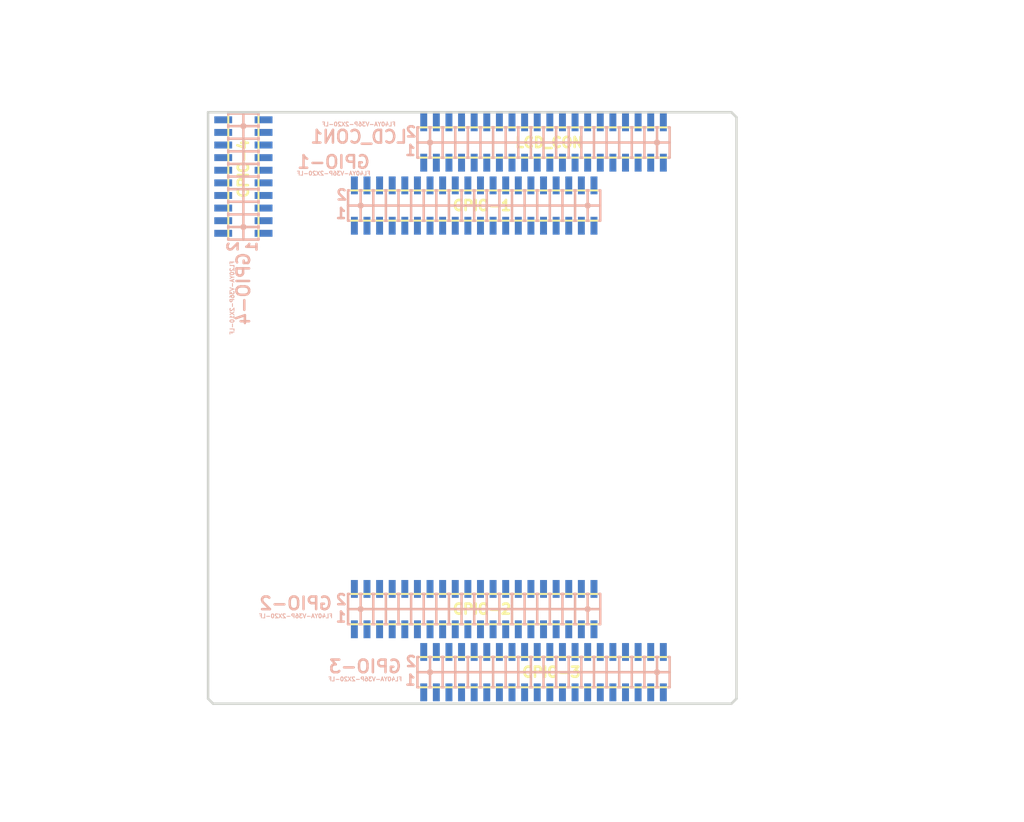
<source format=kicad_pcb>
(kicad_pcb (version 3) (host pcbnew "(2013-07-07 BZR 4022)-stable")

  (general
    (links 12)
    (no_connects 12)
    (area -47.561501 -41.084501 55.562501 41.719501)
    (thickness 1.6)
    (drawings 106)
    (tracks 0)
    (zones 0)
    (modules 5)
    (nets 4)
  )

  (page A3)
  (layers
    (15 F.Cu signal)
    (0 B.Cu signal)
    (16 B.Adhes user)
    (17 F.Adhes user)
    (18 B.Paste user)
    (19 F.Paste user)
    (20 B.SilkS user)
    (21 F.SilkS user)
    (22 B.Mask user)
    (23 F.Mask user)
    (24 Dwgs.User user)
    (25 Cmts.User user)
    (26 Eco1.User user)
    (27 Eco2.User user)
    (28 Edge.Cuts user)
  )

  (setup
    (last_trace_width 0.254)
    (user_trace_width 0.254)
    (user_trace_width 0.508)
    (trace_clearance 0.254)
    (zone_clearance 0.508)
    (zone_45_only no)
    (trace_min 0.254)
    (segment_width 0.254)
    (edge_width 0.254)
    (via_size 0.889)
    (via_drill 0.635)
    (via_min_size 0.889)
    (via_min_drill 0.508)
    (uvia_size 0.508)
    (uvia_drill 0.127)
    (uvias_allowed no)
    (uvia_min_size 0.508)
    (uvia_min_drill 0.127)
    (pcb_text_width 0.3)
    (pcb_text_size 1.5 1.5)
    (mod_edge_width 0.15)
    (mod_text_size 1.5 1.5)
    (mod_text_width 0.15)
    (pad_size 1.8 0.7)
    (pad_drill 0)
    (pad_to_mask_clearance 0.2)
    (aux_axis_origin 99.187 228.092)
    (visible_elements 7FFFFFFF)
    (pcbplotparams
      (layerselection 3178497)
      (usegerberextensions true)
      (excludeedgelayer true)
      (linewidth 0.150000)
      (plotframeref false)
      (viasonmask false)
      (mode 1)
      (useauxorigin false)
      (hpglpennumber 1)
      (hpglpenspeed 20)
      (hpglpendiameter 15)
      (hpglpenoverlay 2)
      (psnegative false)
      (psa4output false)
      (plotreference true)
      (plotvalue true)
      (plotothertext true)
      (plotinvisibletext false)
      (padsonsilk false)
      (subtractmaskfromsilk false)
      (outputformat 1)
      (mirror false)
      (drillshape 1)
      (scaleselection 1)
      (outputdirectory ""))
  )

  (net 0 "")
  (net 1 +3.3V)
  (net 2 +5V)
  (net 3 GND)

  (net_class Default "This is the default net class."
    (clearance 0.254)
    (trace_width 0.254)
    (via_dia 0.889)
    (via_drill 0.635)
    (uvia_dia 0.508)
    (uvia_drill 0.127)
    (add_net "")
    (add_net +3.3V)
    (add_net +5V)
    (add_net GND)
  )

  (module A20_OLIMEXINO_LIME2_SHIELD_1-YA-V36P-2X20-LF (layer B.Cu) (tedit 5322B4E3) (tstamp 5320D334)
    (at 7.1755 26.6065)
    (descr FEMALE)
    (tags FEMALE)
    (path /52FC87FB)
    (attr smd)
    (fp_text reference GPIO-3 (at -17.9705 -0.5715) (layer B.SilkS)
      (effects (font (size 1.27 1.27) (thickness 0.254)) (justify mirror))
    )
    (fp_text value FL40YA-V36P-2X20-LF (at -17.9705 0.6985) (layer B.SilkS)
      (effects (font (size 0.4064 0.4064) (thickness 0.0889)) (justify mirror))
    )
    (fp_line (start -12.573 1.524) (end -12.7 1.524) (layer B.SilkS) (width 0.254))
    (fp_line (start -12.7 1.524) (end -12.7 0) (layer B.SilkS) (width 0.254))
    (fp_line (start -12.7 0) (end -12.7 -1.524) (layer B.SilkS) (width 0.254))
    (fp_line (start -12.7 -1.524) (end -12.573 -1.524) (layer B.SilkS) (width 0.254))
    (fp_line (start 12.573 1.524) (end 12.7 1.524) (layer B.SilkS) (width 0.254))
    (fp_line (start 12.7 1.524) (end 12.7 0) (layer B.SilkS) (width 0.254))
    (fp_line (start 12.7 0) (end 12.7 -1.524) (layer B.SilkS) (width 0.254))
    (fp_line (start 12.7 -1.524) (end 12.573 -1.524) (layer B.SilkS) (width 0.254))
    (fp_line (start -12.7 0) (end -11.43 0) (layer B.SilkS) (width 0.254))
    (fp_line (start -11.43 0) (end -10.16 0) (layer B.SilkS) (width 0.254))
    (fp_line (start -10.16 0) (end -8.89 0) (layer B.SilkS) (width 0.254))
    (fp_line (start -8.89 0) (end -7.62 0) (layer B.SilkS) (width 0.254))
    (fp_line (start -7.62 0) (end -6.35 0) (layer B.SilkS) (width 0.254))
    (fp_line (start -6.35 0) (end -5.08 0) (layer B.SilkS) (width 0.254))
    (fp_line (start -5.08 0) (end -3.81 0) (layer B.SilkS) (width 0.254))
    (fp_line (start -3.81 0) (end -2.54 0) (layer B.SilkS) (width 0.254))
    (fp_line (start -2.54 0) (end -1.27 0) (layer B.SilkS) (width 0.254))
    (fp_line (start -1.27 0) (end 0 0) (layer B.SilkS) (width 0.254))
    (fp_line (start 0 0) (end 1.27 0) (layer B.SilkS) (width 0.254))
    (fp_line (start 1.27 0) (end 2.54 0) (layer B.SilkS) (width 0.254))
    (fp_line (start 2.54 0) (end 3.81 0) (layer B.SilkS) (width 0.254))
    (fp_line (start 3.81 0) (end 5.08 0) (layer B.SilkS) (width 0.254))
    (fp_line (start 5.08 0) (end 6.35 0) (layer B.SilkS) (width 0.254))
    (fp_line (start 6.35 0) (end 7.62 0) (layer B.SilkS) (width 0.254))
    (fp_line (start 7.62 0) (end 8.89 0) (layer B.SilkS) (width 0.254))
    (fp_line (start 8.89 0) (end 10.16 0) (layer B.SilkS) (width 0.254))
    (fp_line (start 10.16 0) (end 11.43 0) (layer B.SilkS) (width 0.254))
    (fp_line (start 11.43 0) (end 12.7 0) (layer B.SilkS) (width 0.254))
    (fp_line (start -11.557 -1.524) (end -11.43 -1.524) (layer B.SilkS) (width 0.254))
    (fp_line (start -11.43 -1.524) (end -11.303 -1.524) (layer B.SilkS) (width 0.254))
    (fp_line (start -10.287 -1.524) (end -10.16 -1.524) (layer B.SilkS) (width 0.254))
    (fp_line (start -10.16 -1.524) (end -10.033 -1.524) (layer B.SilkS) (width 0.254))
    (fp_line (start -9.017 -1.524) (end -8.89 -1.524) (layer B.SilkS) (width 0.254))
    (fp_line (start -8.89 -1.524) (end -8.763 -1.524) (layer B.SilkS) (width 0.254))
    (fp_line (start -7.747 -1.524) (end -7.62 -1.524) (layer B.SilkS) (width 0.254))
    (fp_line (start -7.62 -1.524) (end -7.493 -1.524) (layer B.SilkS) (width 0.254))
    (fp_line (start -6.477 -1.524) (end -6.35 -1.524) (layer B.SilkS) (width 0.254))
    (fp_line (start -6.35 -1.524) (end -6.223 -1.524) (layer B.SilkS) (width 0.254))
    (fp_line (start -5.207 -1.524) (end -5.08 -1.524) (layer B.SilkS) (width 0.254))
    (fp_line (start -5.08 -1.524) (end -4.953 -1.524) (layer B.SilkS) (width 0.254))
    (fp_line (start -3.937 -1.524) (end -3.81 -1.524) (layer B.SilkS) (width 0.254))
    (fp_line (start -3.81 -1.524) (end -3.683 -1.524) (layer B.SilkS) (width 0.254))
    (fp_line (start -2.667 -1.524) (end -2.54 -1.524) (layer B.SilkS) (width 0.254))
    (fp_line (start -2.54 -1.524) (end -2.413 -1.524) (layer B.SilkS) (width 0.254))
    (fp_line (start -1.397 -1.524) (end -1.27 -1.524) (layer B.SilkS) (width 0.254))
    (fp_line (start -1.27 -1.524) (end -1.143 -1.524) (layer B.SilkS) (width 0.254))
    (fp_line (start -0.127 -1.524) (end 0 -1.524) (layer B.SilkS) (width 0.254))
    (fp_line (start 0 -1.524) (end 0.127 -1.524) (layer B.SilkS) (width 0.254))
    (fp_line (start 1.143 -1.524) (end 1.27 -1.524) (layer B.SilkS) (width 0.254))
    (fp_line (start 1.27 -1.524) (end 1.397 -1.524) (layer B.SilkS) (width 0.254))
    (fp_line (start 2.413 -1.524) (end 2.54 -1.524) (layer B.SilkS) (width 0.254))
    (fp_line (start 2.54 -1.524) (end 2.667 -1.524) (layer B.SilkS) (width 0.254))
    (fp_line (start 3.683 -1.524) (end 3.81 -1.524) (layer B.SilkS) (width 0.254))
    (fp_line (start 3.81 -1.524) (end 3.937 -1.524) (layer B.SilkS) (width 0.254))
    (fp_line (start 4.953 -1.524) (end 5.08 -1.524) (layer B.SilkS) (width 0.254))
    (fp_line (start 5.08 -1.524) (end 5.207 -1.524) (layer B.SilkS) (width 0.254))
    (fp_line (start 6.223 -1.524) (end 6.35 -1.524) (layer B.SilkS) (width 0.254))
    (fp_line (start 6.35 -1.524) (end 6.477 -1.524) (layer B.SilkS) (width 0.254))
    (fp_line (start 7.493 -1.524) (end 7.62 -1.524) (layer B.SilkS) (width 0.254))
    (fp_line (start 7.62 -1.524) (end 7.747 -1.524) (layer B.SilkS) (width 0.254))
    (fp_line (start 8.763 -1.524) (end 8.89 -1.524) (layer B.SilkS) (width 0.254))
    (fp_line (start 8.89 -1.524) (end 9.017 -1.524) (layer B.SilkS) (width 0.254))
    (fp_line (start 10.033 -1.524) (end 10.16 -1.524) (layer B.SilkS) (width 0.254))
    (fp_line (start 10.16 -1.524) (end 10.287 -1.524) (layer B.SilkS) (width 0.254))
    (fp_line (start 11.303 -1.524) (end 11.43 -1.524) (layer B.SilkS) (width 0.254))
    (fp_line (start 11.43 -1.524) (end 11.557 -1.524) (layer B.SilkS) (width 0.254))
    (fp_line (start 11.303 1.524) (end 11.557 1.524) (layer B.SilkS) (width 0.254))
    (fp_line (start 10.033 1.524) (end 10.16 1.524) (layer B.SilkS) (width 0.254))
    (fp_line (start 10.16 1.524) (end 10.287 1.524) (layer B.SilkS) (width 0.254))
    (fp_line (start 8.763 1.524) (end 8.89 1.524) (layer B.SilkS) (width 0.254))
    (fp_line (start 8.89 1.524) (end 9.017 1.524) (layer B.SilkS) (width 0.254))
    (fp_line (start 7.493 1.524) (end 7.62 1.524) (layer B.SilkS) (width 0.254))
    (fp_line (start 7.62 1.524) (end 7.747 1.524) (layer B.SilkS) (width 0.254))
    (fp_line (start 6.223 1.524) (end 6.35 1.524) (layer B.SilkS) (width 0.254))
    (fp_line (start 6.35 1.524) (end 6.477 1.524) (layer B.SilkS) (width 0.254))
    (fp_line (start 4.953 1.524) (end 5.08 1.524) (layer B.SilkS) (width 0.254))
    (fp_line (start 5.08 1.524) (end 5.207 1.524) (layer B.SilkS) (width 0.254))
    (fp_line (start 3.683 1.524) (end 3.81 1.524) (layer B.SilkS) (width 0.254))
    (fp_line (start 3.81 1.524) (end 3.937 1.524) (layer B.SilkS) (width 0.254))
    (fp_line (start 2.413 1.524) (end 2.54 1.524) (layer B.SilkS) (width 0.254))
    (fp_line (start 2.54 1.524) (end 2.667 1.524) (layer B.SilkS) (width 0.254))
    (fp_line (start 1.143 1.524) (end 1.27 1.524) (layer B.SilkS) (width 0.254))
    (fp_line (start 1.27 1.524) (end 1.397 1.524) (layer B.SilkS) (width 0.254))
    (fp_line (start -0.127 1.524) (end 0 1.524) (layer B.SilkS) (width 0.254))
    (fp_line (start 0 1.524) (end 0.127 1.524) (layer B.SilkS) (width 0.254))
    (fp_line (start -1.397 1.524) (end -1.27 1.524) (layer B.SilkS) (width 0.254))
    (fp_line (start -1.27 1.524) (end -1.143 1.524) (layer B.SilkS) (width 0.254))
    (fp_line (start -2.667 1.524) (end -2.54 1.524) (layer B.SilkS) (width 0.254))
    (fp_line (start -2.54 1.524) (end -2.413 1.524) (layer B.SilkS) (width 0.254))
    (fp_line (start -3.937 1.524) (end -3.81 1.524) (layer B.SilkS) (width 0.254))
    (fp_line (start -3.81 1.524) (end -3.683 1.524) (layer B.SilkS) (width 0.254))
    (fp_line (start -5.207 1.524) (end -5.08 1.524) (layer B.SilkS) (width 0.254))
    (fp_line (start -5.08 1.524) (end -4.953 1.524) (layer B.SilkS) (width 0.254))
    (fp_line (start -6.477 1.524) (end -6.35 1.524) (layer B.SilkS) (width 0.254))
    (fp_line (start -6.35 1.524) (end -6.223 1.524) (layer B.SilkS) (width 0.254))
    (fp_line (start -7.747 1.524) (end -7.62 1.524) (layer B.SilkS) (width 0.254))
    (fp_line (start -7.62 1.524) (end -7.493 1.524) (layer B.SilkS) (width 0.254))
    (fp_line (start -9.017 1.524) (end -8.89 1.524) (layer B.SilkS) (width 0.254))
    (fp_line (start -8.89 1.524) (end -8.763 1.524) (layer B.SilkS) (width 0.254))
    (fp_line (start -10.287 1.524) (end -10.16 1.524) (layer B.SilkS) (width 0.254))
    (fp_line (start -10.16 1.524) (end -10.033 1.524) (layer B.SilkS) (width 0.254))
    (fp_line (start -10.033 1.524) (end -9.017 1.524) (layer Eco1.User) (width 0.254))
    (fp_line (start -11.557 1.524) (end -11.43 1.524) (layer B.SilkS) (width 0.254))
    (fp_line (start -11.43 1.524) (end -11.303 1.524) (layer B.SilkS) (width 0.254))
    (fp_line (start -11.303 1.524) (end -10.287 1.524) (layer Eco1.User) (width 0.254))
    (fp_line (start -12.573 1.524) (end -11.557 1.524) (layer Eco1.User) (width 0.254))
    (fp_line (start -11.303 -1.524) (end -10.287 -1.524) (layer Eco1.User) (width 0.254))
    (fp_line (start -12.573 -1.524) (end -11.557 -1.524) (layer Eco1.User) (width 0.254))
    (fp_line (start -10.033 -1.524) (end -9.017 -1.524) (layer Eco1.User) (width 0.254))
    (fp_line (start -8.763 -1.524) (end -7.747 -1.524) (layer Eco1.User) (width 0.254))
    (fp_line (start -7.493 -1.524) (end -6.477 -1.524) (layer Eco1.User) (width 0.254))
    (fp_line (start -6.223 -1.524) (end -5.207 -1.524) (layer Eco1.User) (width 0.254))
    (fp_line (start -4.953 -1.524) (end -3.937 -1.524) (layer Eco1.User) (width 0.254))
    (fp_line (start -3.683 -1.524) (end -2.667 -1.524) (layer Eco1.User) (width 0.254))
    (fp_line (start -2.413 -1.524) (end -1.397 -1.524) (layer Eco1.User) (width 0.254))
    (fp_line (start -1.143 -1.524) (end -0.127 -1.524) (layer Eco1.User) (width 0.254))
    (fp_line (start 0.127 -1.524) (end 1.143 -1.524) (layer Eco1.User) (width 0.254))
    (fp_line (start 1.397 -1.524) (end 2.413 -1.524) (layer Eco1.User) (width 0.254))
    (fp_line (start 2.667 -1.524) (end 3.683 -1.524) (layer Eco1.User) (width 0.254))
    (fp_line (start 3.937 -1.524) (end 4.953 -1.524) (layer Eco1.User) (width 0.254))
    (fp_line (start 5.207 -1.524) (end 6.223 -1.524) (layer Eco1.User) (width 0.254))
    (fp_line (start 6.477 -1.524) (end 7.493 -1.524) (layer Eco1.User) (width 0.254))
    (fp_line (start 7.747 -1.524) (end 8.763 -1.524) (layer Eco1.User) (width 0.254))
    (fp_line (start 9.017 -1.524) (end 10.033 -1.524) (layer Eco1.User) (width 0.254))
    (fp_line (start 10.287 -1.524) (end 11.303 -1.524) (layer Eco1.User) (width 0.254))
    (fp_line (start 11.557 -1.524) (end 12.573 -1.524) (layer Eco1.User) (width 0.254))
    (fp_line (start -8.763 1.524) (end -7.747 1.524) (layer Eco1.User) (width 0.254))
    (fp_line (start -7.493 1.524) (end -6.477 1.524) (layer Eco1.User) (width 0.254))
    (fp_line (start -6.223 1.524) (end -5.207 1.524) (layer Eco1.User) (width 0.254))
    (fp_line (start -4.953 1.524) (end -3.937 1.524) (layer Eco1.User) (width 0.254))
    (fp_line (start -3.683 1.524) (end -2.667 1.524) (layer Eco1.User) (width 0.254))
    (fp_line (start -2.413 1.524) (end -1.397 1.524) (layer Eco1.User) (width 0.254))
    (fp_line (start -1.143 1.524) (end -0.127 1.524) (layer Eco1.User) (width 0.254))
    (fp_line (start 0.127 1.524) (end 1.143 1.524) (layer Eco1.User) (width 0.254))
    (fp_line (start 1.397 1.524) (end 2.413 1.524) (layer Eco1.User) (width 0.254))
    (fp_line (start 2.667 1.524) (end 3.683 1.524) (layer Eco1.User) (width 0.254))
    (fp_line (start 3.937 1.524) (end 4.953 1.524) (layer Eco1.User) (width 0.254))
    (fp_line (start 5.207 1.524) (end 6.223 1.524) (layer Eco1.User) (width 0.254))
    (fp_line (start 6.477 1.524) (end 7.493 1.524) (layer Eco1.User) (width 0.254))
    (fp_line (start 7.747 1.524) (end 8.763 1.524) (layer Eco1.User) (width 0.254))
    (fp_line (start 9.017 1.524) (end 10.033 1.524) (layer Eco1.User) (width 0.254))
    (fp_line (start 10.287 1.524) (end 11.303 1.524) (layer Eco1.User) (width 0.254))
    (fp_line (start 11.557 1.524) (end 12.573 1.524) (layer Eco1.User) (width 0.254))
    (fp_line (start -11.43 -1.524) (end -11.43 0) (layer B.SilkS) (width 0.254))
    (fp_line (start -10.16 -1.524) (end -10.16 0) (layer B.SilkS) (width 0.254))
    (fp_line (start -8.89 -1.524) (end -8.89 0) (layer B.SilkS) (width 0.254))
    (fp_line (start -7.62 -1.524) (end -7.62 0) (layer B.SilkS) (width 0.254))
    (fp_line (start -6.35 -1.524) (end -6.35 0) (layer B.SilkS) (width 0.254))
    (fp_line (start -5.08 -1.524) (end -5.08 0) (layer B.SilkS) (width 0.254))
    (fp_line (start -3.81 -1.524) (end -3.81 0) (layer B.SilkS) (width 0.254))
    (fp_line (start -2.54 -1.524) (end -2.54 0) (layer B.SilkS) (width 0.254))
    (fp_line (start -11.43 0) (end -11.43 1.524) (layer B.SilkS) (width 0.254))
    (fp_line (start -10.16 0) (end -10.16 1.524) (layer B.SilkS) (width 0.254))
    (fp_line (start -8.89 0) (end -8.89 1.524) (layer B.SilkS) (width 0.254))
    (fp_line (start -7.62 0) (end -7.62 1.524) (layer B.SilkS) (width 0.254))
    (fp_line (start -6.35 0) (end -6.35 1.524) (layer B.SilkS) (width 0.254))
    (fp_line (start -5.08 0) (end -5.08 1.524) (layer B.SilkS) (width 0.254))
    (fp_line (start -3.81 0) (end -3.81 1.524) (layer B.SilkS) (width 0.254))
    (fp_line (start -2.54 0) (end -2.54 1.524) (layer B.SilkS) (width 0.254))
    (fp_line (start -1.27 0) (end -1.27 1.524) (layer B.SilkS) (width 0.254))
    (fp_line (start 0 0) (end 0 1.524) (layer B.SilkS) (width 0.254))
    (fp_line (start 1.27 0) (end 1.27 1.524) (layer B.SilkS) (width 0.254))
    (fp_line (start 2.54 0) (end 2.54 1.524) (layer B.SilkS) (width 0.254))
    (fp_line (start 3.81 0) (end 3.81 1.524) (layer B.SilkS) (width 0.254))
    (fp_line (start 5.08 0) (end 5.08 1.524) (layer B.SilkS) (width 0.254))
    (fp_line (start 6.35 0) (end 6.35 1.524) (layer B.SilkS) (width 0.254))
    (fp_line (start 7.62 0) (end 7.62 1.524) (layer B.SilkS) (width 0.254))
    (fp_line (start 8.89 0) (end 8.89 1.524) (layer B.SilkS) (width 0.254))
    (fp_line (start 10.16 0) (end 10.16 1.524) (layer B.SilkS) (width 0.254))
    (fp_line (start -1.27 -1.524) (end -1.27 0) (layer B.SilkS) (width 0.254))
    (fp_line (start 0 -1.524) (end 0 0) (layer B.SilkS) (width 0.254))
    (fp_line (start 1.27 -1.524) (end 1.27 0) (layer B.SilkS) (width 0.254))
    (fp_line (start 2.54 -1.524) (end 2.54 0) (layer B.SilkS) (width 0.254))
    (fp_line (start 3.81 -1.524) (end 3.81 0) (layer B.SilkS) (width 0.254))
    (fp_line (start 5.08 -1.524) (end 5.08 0) (layer B.SilkS) (width 0.254))
    (fp_line (start 6.35 -1.524) (end 6.35 0) (layer B.SilkS) (width 0.254))
    (fp_line (start 7.62 -1.524) (end 7.62 0) (layer B.SilkS) (width 0.254))
    (fp_line (start 8.89 -1.524) (end 8.89 0) (layer B.SilkS) (width 0.254))
    (fp_line (start 10.16 -1.524) (end 10.16 0) (layer B.SilkS) (width 0.254))
    (fp_line (start 11.43 -1.524) (end 11.43 0) (layer B.SilkS) (width 0.254))
    (fp_line (start 11.43 0) (end 11.43 1.524) (layer B.SilkS) (width 0.254))
    (fp_circle (center -11.43 0) (end -11.60272 -0.17272) (layer B.SilkS) (width 0.127))
    (fp_line (start -11.77798 0) (end -11.07948 0) (layer B.SilkS) (width 0.127))
    (fp_line (start -11.43 -0.34798) (end -11.43 0.34798) (layer B.SilkS) (width 0.127))
    (fp_circle (center 11.43 0) (end 11.60272 -0.17272) (layer B.SilkS) (width 0.127))
    (fp_line (start 11.07948 0) (end 11.77798 0) (layer B.SilkS) (width 0.127))
    (fp_line (start 11.43 -0.34798) (end 11.43 0.34798) (layer B.SilkS) (width 0.127))
    (fp_text user 1 (at -13.41 0.8) (layer B.SilkS)
      (effects (font (size 1.016 1.016) (thickness 0.254)) (justify mirror))
    )
    (fp_text user 2 (at -13.35 -1.07) (layer B.SilkS)
      (effects (font (size 1.016 1.016) (thickness 0.254)) (justify mirror))
    )
    (pad 2 smd rect (at -12.065 -2.032 270) (size 1.8 0.7)
      (layers B.Cu B.Paste B.Mask)
      (net 3 GND)
    )
    (pad 1 smd rect (at -12.065 2.032 270) (size 1.8 0.7)
      (layers B.Cu B.Paste B.Mask)
      (net 2 +5V)
    )
    (pad 4 smd rect (at -10.795 -2.032 270) (size 1.8 0.7)
      (layers B.Cu B.Paste B.Mask)
    )
    (pad 3 smd rect (at -10.795 2.032 270) (size 1.8 0.7)
      (layers B.Cu B.Paste B.Mask)
      (net 1 +3.3V)
    )
    (pad 6 smd rect (at -9.525 -2.032 270) (size 1.8 0.7)
      (layers B.Cu B.Paste B.Mask)
    )
    (pad 5 smd rect (at -9.525 2.032 270) (size 1.8 0.7)
      (layers B.Cu B.Paste B.Mask)
    )
    (pad 8 smd rect (at -8.255 -2.032 270) (size 1.8 0.7)
      (layers B.Cu B.Paste B.Mask)
    )
    (pad 7 smd rect (at -8.255 2.032 270) (size 1.8 0.7)
      (layers B.Cu B.Paste B.Mask)
    )
    (pad 10 smd rect (at -6.985 -2.032 270) (size 1.8 0.7)
      (layers B.Cu B.Paste B.Mask)
    )
    (pad 9 smd rect (at -6.985 2.032 270) (size 1.8 0.7)
      (layers B.Cu B.Paste B.Mask)
    )
    (pad 12 smd rect (at -5.715 -2.032 270) (size 1.8 0.7)
      (layers B.Cu B.Paste B.Mask)
    )
    (pad 11 smd rect (at -5.715 2.032 270) (size 1.8 0.7)
      (layers B.Cu B.Paste B.Mask)
    )
    (pad 14 smd rect (at -4.445 -2.032 270) (size 1.8 0.7)
      (layers B.Cu B.Paste B.Mask)
    )
    (pad 13 smd rect (at -4.445 2.032 270) (size 1.8 0.7)
      (layers B.Cu B.Paste B.Mask)
    )
    (pad 16 smd rect (at -3.175 -2.032 270) (size 1.8 0.7)
      (layers B.Cu B.Paste B.Mask)
    )
    (pad 15 smd rect (at -3.175 2.032 270) (size 1.8 0.7)
      (layers B.Cu B.Paste B.Mask)
    )
    (pad 18 smd rect (at -1.905 -2.032 270) (size 1.8 0.7)
      (layers B.Cu B.Paste B.Mask)
    )
    (pad 17 smd rect (at -1.905 2.032 270) (size 1.8 0.7)
      (layers B.Cu B.Paste B.Mask)
    )
    (pad 20 smd rect (at -0.635 -2.032 270) (size 1.8 0.7)
      (layers B.Cu B.Paste B.Mask)
    )
    (pad 19 smd rect (at -0.635 2.032 270) (size 1.8 0.7)
      (layers B.Cu B.Paste B.Mask)
    )
    (pad 22 smd rect (at 0.635 -2.032 270) (size 1.8 0.7)
      (layers B.Cu B.Paste B.Mask)
    )
    (pad 21 smd rect (at 0.635 2.032 270) (size 1.8 0.7)
      (layers B.Cu B.Paste B.Mask)
    )
    (pad 24 smd rect (at 1.905 -2.032 270) (size 1.8 0.7)
      (layers B.Cu B.Paste B.Mask)
    )
    (pad 23 smd rect (at 1.905 2.032 270) (size 1.8 0.7)
      (layers B.Cu B.Paste B.Mask)
    )
    (pad 26 smd rect (at 3.175 -2.032 270) (size 1.8 0.7)
      (layers B.Cu B.Paste B.Mask)
    )
    (pad 25 smd rect (at 3.175 2.032 270) (size 1.8 0.7)
      (layers B.Cu B.Paste B.Mask)
    )
    (pad 28 smd rect (at 4.445 -2.032 270) (size 1.8 0.7)
      (layers B.Cu B.Paste B.Mask)
    )
    (pad 27 smd rect (at 4.445 2.032 270) (size 1.8 0.7)
      (layers B.Cu B.Paste B.Mask)
    )
    (pad 30 smd rect (at 5.715 -2.032 270) (size 1.8 0.7)
      (layers B.Cu B.Paste B.Mask)
    )
    (pad 29 smd rect (at 5.715 2.032 270) (size 1.79832 0.6985)
      (layers B.Cu B.Paste B.Mask)
    )
    (pad 32 smd rect (at 6.985 -2.032 270) (size 1.79832 0.6985)
      (layers B.Cu B.Paste B.Mask)
    )
    (pad 31 smd rect (at 6.985 2.032 270) (size 1.8 0.7)
      (layers B.Cu B.Paste B.Mask)
    )
    (pad 34 smd rect (at 8.255 -2.032 270) (size 1.8 0.7)
      (layers B.Cu B.Paste B.Mask)
    )
    (pad 33 smd rect (at 8.255 2.032 270) (size 1.8 0.7)
      (layers B.Cu B.Paste B.Mask)
    )
    (pad 36 smd rect (at 9.525 -2.032 270) (size 1.8 0.7)
      (layers B.Cu B.Paste B.Mask)
    )
    (pad 35 smd rect (at 9.525 2.032 270) (size 1.8 0.7)
      (layers B.Cu B.Paste B.Mask)
    )
    (pad 38 smd rect (at 10.795 -2.032 270) (size 1.8 0.7)
      (layers B.Cu B.Paste B.Mask)
    )
    (pad 37 smd rect (at 10.795 2.032 270) (size 1.8 0.7)
      (layers B.Cu B.Paste B.Mask)
    )
    (pad 40 smd rect (at 12.065 -2.032 270) (size 1.8 0.7)
      (layers B.Cu B.Paste B.Mask)
    )
    (pad 39 smd rect (at 12.065 2.032 270) (size 1.8 0.7)
      (layers B.Cu B.Paste B.Mask)
    )
  )

  (module A20_OLIMEXINO_LIME2_SHIELD_1-YA-V36P-2X20-LF (layer B.Cu) (tedit 5322B661) (tstamp 5322C803)
    (at 0.1905 -20.3835)
    (descr FEMALE)
    (tags FEMALE)
    (path /52FC941F)
    (attr smd)
    (fp_text reference GPIO-1 (at -14.1605 -4.3815) (layer B.SilkS)
      (effects (font (size 1.27 1.27) (thickness 0.254)) (justify mirror))
    )
    (fp_text value FL40YA-V36P-2X20-LF (at -14.1605 -3.2385) (layer B.SilkS)
      (effects (font (size 0.4064 0.4064) (thickness 0.0889)) (justify mirror))
    )
    (fp_line (start -12.573 1.524) (end -12.7 1.524) (layer B.SilkS) (width 0.254))
    (fp_line (start -12.7 1.524) (end -12.7 0) (layer B.SilkS) (width 0.254))
    (fp_line (start -12.7 0) (end -12.7 -1.524) (layer B.SilkS) (width 0.254))
    (fp_line (start -12.7 -1.524) (end -12.573 -1.524) (layer B.SilkS) (width 0.254))
    (fp_line (start 12.573 1.524) (end 12.7 1.524) (layer B.SilkS) (width 0.254))
    (fp_line (start 12.7 1.524) (end 12.7 0) (layer B.SilkS) (width 0.254))
    (fp_line (start 12.7 0) (end 12.7 -1.524) (layer B.SilkS) (width 0.254))
    (fp_line (start 12.7 -1.524) (end 12.573 -1.524) (layer B.SilkS) (width 0.254))
    (fp_line (start -12.7 0) (end -11.43 0) (layer B.SilkS) (width 0.254))
    (fp_line (start -11.43 0) (end -10.16 0) (layer B.SilkS) (width 0.254))
    (fp_line (start -10.16 0) (end -8.89 0) (layer B.SilkS) (width 0.254))
    (fp_line (start -8.89 0) (end -7.62 0) (layer B.SilkS) (width 0.254))
    (fp_line (start -7.62 0) (end -6.35 0) (layer B.SilkS) (width 0.254))
    (fp_line (start -6.35 0) (end -5.08 0) (layer B.SilkS) (width 0.254))
    (fp_line (start -5.08 0) (end -3.81 0) (layer B.SilkS) (width 0.254))
    (fp_line (start -3.81 0) (end -2.54 0) (layer B.SilkS) (width 0.254))
    (fp_line (start -2.54 0) (end -1.27 0) (layer B.SilkS) (width 0.254))
    (fp_line (start -1.27 0) (end 0 0) (layer B.SilkS) (width 0.254))
    (fp_line (start 0 0) (end 1.27 0) (layer B.SilkS) (width 0.254))
    (fp_line (start 1.27 0) (end 2.54 0) (layer B.SilkS) (width 0.254))
    (fp_line (start 2.54 0) (end 3.81 0) (layer B.SilkS) (width 0.254))
    (fp_line (start 3.81 0) (end 5.08 0) (layer B.SilkS) (width 0.254))
    (fp_line (start 5.08 0) (end 6.35 0) (layer B.SilkS) (width 0.254))
    (fp_line (start 6.35 0) (end 7.62 0) (layer B.SilkS) (width 0.254))
    (fp_line (start 7.62 0) (end 8.89 0) (layer B.SilkS) (width 0.254))
    (fp_line (start 8.89 0) (end 10.16 0) (layer B.SilkS) (width 0.254))
    (fp_line (start 10.16 0) (end 11.43 0) (layer B.SilkS) (width 0.254))
    (fp_line (start 11.43 0) (end 12.7 0) (layer B.SilkS) (width 0.254))
    (fp_line (start -11.557 -1.524) (end -11.43 -1.524) (layer B.SilkS) (width 0.254))
    (fp_line (start -11.43 -1.524) (end -11.303 -1.524) (layer B.SilkS) (width 0.254))
    (fp_line (start -10.287 -1.524) (end -10.16 -1.524) (layer B.SilkS) (width 0.254))
    (fp_line (start -10.16 -1.524) (end -10.033 -1.524) (layer B.SilkS) (width 0.254))
    (fp_line (start -9.017 -1.524) (end -8.89 -1.524) (layer B.SilkS) (width 0.254))
    (fp_line (start -8.89 -1.524) (end -8.763 -1.524) (layer B.SilkS) (width 0.254))
    (fp_line (start -7.747 -1.524) (end -7.62 -1.524) (layer B.SilkS) (width 0.254))
    (fp_line (start -7.62 -1.524) (end -7.493 -1.524) (layer B.SilkS) (width 0.254))
    (fp_line (start -6.477 -1.524) (end -6.35 -1.524) (layer B.SilkS) (width 0.254))
    (fp_line (start -6.35 -1.524) (end -6.223 -1.524) (layer B.SilkS) (width 0.254))
    (fp_line (start -5.207 -1.524) (end -5.08 -1.524) (layer B.SilkS) (width 0.254))
    (fp_line (start -5.08 -1.524) (end -4.953 -1.524) (layer B.SilkS) (width 0.254))
    (fp_line (start -3.937 -1.524) (end -3.81 -1.524) (layer B.SilkS) (width 0.254))
    (fp_line (start -3.81 -1.524) (end -3.683 -1.524) (layer B.SilkS) (width 0.254))
    (fp_line (start -2.667 -1.524) (end -2.54 -1.524) (layer B.SilkS) (width 0.254))
    (fp_line (start -2.54 -1.524) (end -2.413 -1.524) (layer B.SilkS) (width 0.254))
    (fp_line (start -1.397 -1.524) (end -1.27 -1.524) (layer B.SilkS) (width 0.254))
    (fp_line (start -1.27 -1.524) (end -1.143 -1.524) (layer B.SilkS) (width 0.254))
    (fp_line (start -0.127 -1.524) (end 0 -1.524) (layer B.SilkS) (width 0.254))
    (fp_line (start 0 -1.524) (end 0.127 -1.524) (layer B.SilkS) (width 0.254))
    (fp_line (start 1.143 -1.524) (end 1.27 -1.524) (layer B.SilkS) (width 0.254))
    (fp_line (start 1.27 -1.524) (end 1.397 -1.524) (layer B.SilkS) (width 0.254))
    (fp_line (start 2.413 -1.524) (end 2.54 -1.524) (layer B.SilkS) (width 0.254))
    (fp_line (start 2.54 -1.524) (end 2.667 -1.524) (layer B.SilkS) (width 0.254))
    (fp_line (start 3.683 -1.524) (end 3.81 -1.524) (layer B.SilkS) (width 0.254))
    (fp_line (start 3.81 -1.524) (end 3.937 -1.524) (layer B.SilkS) (width 0.254))
    (fp_line (start 4.953 -1.524) (end 5.08 -1.524) (layer B.SilkS) (width 0.254))
    (fp_line (start 5.08 -1.524) (end 5.207 -1.524) (layer B.SilkS) (width 0.254))
    (fp_line (start 6.223 -1.524) (end 6.35 -1.524) (layer B.SilkS) (width 0.254))
    (fp_line (start 6.35 -1.524) (end 6.477 -1.524) (layer B.SilkS) (width 0.254))
    (fp_line (start 7.493 -1.524) (end 7.62 -1.524) (layer B.SilkS) (width 0.254))
    (fp_line (start 7.62 -1.524) (end 7.747 -1.524) (layer B.SilkS) (width 0.254))
    (fp_line (start 8.763 -1.524) (end 8.89 -1.524) (layer B.SilkS) (width 0.254))
    (fp_line (start 8.89 -1.524) (end 9.017 -1.524) (layer B.SilkS) (width 0.254))
    (fp_line (start 10.033 -1.524) (end 10.16 -1.524) (layer B.SilkS) (width 0.254))
    (fp_line (start 10.16 -1.524) (end 10.287 -1.524) (layer B.SilkS) (width 0.254))
    (fp_line (start 11.303 -1.524) (end 11.43 -1.524) (layer B.SilkS) (width 0.254))
    (fp_line (start 11.43 -1.524) (end 11.557 -1.524) (layer B.SilkS) (width 0.254))
    (fp_line (start 11.303 1.524) (end 11.557 1.524) (layer B.SilkS) (width 0.254))
    (fp_line (start 10.033 1.524) (end 10.16 1.524) (layer B.SilkS) (width 0.254))
    (fp_line (start 10.16 1.524) (end 10.287 1.524) (layer B.SilkS) (width 0.254))
    (fp_line (start 8.763 1.524) (end 8.89 1.524) (layer B.SilkS) (width 0.254))
    (fp_line (start 8.89 1.524) (end 9.017 1.524) (layer B.SilkS) (width 0.254))
    (fp_line (start 7.493 1.524) (end 7.62 1.524) (layer B.SilkS) (width 0.254))
    (fp_line (start 7.62 1.524) (end 7.747 1.524) (layer B.SilkS) (width 0.254))
    (fp_line (start 6.223 1.524) (end 6.35 1.524) (layer B.SilkS) (width 0.254))
    (fp_line (start 6.35 1.524) (end 6.477 1.524) (layer B.SilkS) (width 0.254))
    (fp_line (start 4.953 1.524) (end 5.08 1.524) (layer B.SilkS) (width 0.254))
    (fp_line (start 5.08 1.524) (end 5.207 1.524) (layer B.SilkS) (width 0.254))
    (fp_line (start 3.683 1.524) (end 3.81 1.524) (layer B.SilkS) (width 0.254))
    (fp_line (start 3.81 1.524) (end 3.937 1.524) (layer B.SilkS) (width 0.254))
    (fp_line (start 2.413 1.524) (end 2.54 1.524) (layer B.SilkS) (width 0.254))
    (fp_line (start 2.54 1.524) (end 2.667 1.524) (layer B.SilkS) (width 0.254))
    (fp_line (start 1.143 1.524) (end 1.27 1.524) (layer B.SilkS) (width 0.254))
    (fp_line (start 1.27 1.524) (end 1.397 1.524) (layer B.SilkS) (width 0.254))
    (fp_line (start -0.127 1.524) (end 0 1.524) (layer B.SilkS) (width 0.254))
    (fp_line (start 0 1.524) (end 0.127 1.524) (layer B.SilkS) (width 0.254))
    (fp_line (start -1.397 1.524) (end -1.27 1.524) (layer B.SilkS) (width 0.254))
    (fp_line (start -1.27 1.524) (end -1.143 1.524) (layer B.SilkS) (width 0.254))
    (fp_line (start -2.667 1.524) (end -2.54 1.524) (layer B.SilkS) (width 0.254))
    (fp_line (start -2.54 1.524) (end -2.413 1.524) (layer B.SilkS) (width 0.254))
    (fp_line (start -3.937 1.524) (end -3.81 1.524) (layer B.SilkS) (width 0.254))
    (fp_line (start -3.81 1.524) (end -3.683 1.524) (layer B.SilkS) (width 0.254))
    (fp_line (start -5.207 1.524) (end -5.08 1.524) (layer B.SilkS) (width 0.254))
    (fp_line (start -5.08 1.524) (end -4.953 1.524) (layer B.SilkS) (width 0.254))
    (fp_line (start -6.477 1.524) (end -6.35 1.524) (layer B.SilkS) (width 0.254))
    (fp_line (start -6.35 1.524) (end -6.223 1.524) (layer B.SilkS) (width 0.254))
    (fp_line (start -7.747 1.524) (end -7.62 1.524) (layer B.SilkS) (width 0.254))
    (fp_line (start -7.62 1.524) (end -7.493 1.524) (layer B.SilkS) (width 0.254))
    (fp_line (start -9.017 1.524) (end -8.89 1.524) (layer B.SilkS) (width 0.254))
    (fp_line (start -8.89 1.524) (end -8.763 1.524) (layer B.SilkS) (width 0.254))
    (fp_line (start -10.287 1.524) (end -10.16 1.524) (layer B.SilkS) (width 0.254))
    (fp_line (start -10.16 1.524) (end -10.033 1.524) (layer B.SilkS) (width 0.254))
    (fp_line (start -10.033 1.524) (end -9.017 1.524) (layer Eco1.User) (width 0.254))
    (fp_line (start -11.557 1.524) (end -11.43 1.524) (layer B.SilkS) (width 0.254))
    (fp_line (start -11.43 1.524) (end -11.303 1.524) (layer B.SilkS) (width 0.254))
    (fp_line (start -11.303 1.524) (end -10.287 1.524) (layer Eco1.User) (width 0.254))
    (fp_line (start -12.573 1.524) (end -11.557 1.524) (layer Eco1.User) (width 0.254))
    (fp_line (start -11.303 -1.524) (end -10.287 -1.524) (layer Eco1.User) (width 0.254))
    (fp_line (start -12.573 -1.524) (end -11.557 -1.524) (layer Eco1.User) (width 0.254))
    (fp_line (start -10.033 -1.524) (end -9.017 -1.524) (layer Eco1.User) (width 0.254))
    (fp_line (start -8.763 -1.524) (end -7.747 -1.524) (layer Eco1.User) (width 0.254))
    (fp_line (start -7.493 -1.524) (end -6.477 -1.524) (layer Eco1.User) (width 0.254))
    (fp_line (start -6.223 -1.524) (end -5.207 -1.524) (layer Eco1.User) (width 0.254))
    (fp_line (start -4.953 -1.524) (end -3.937 -1.524) (layer Eco1.User) (width 0.254))
    (fp_line (start -3.683 -1.524) (end -2.667 -1.524) (layer Eco1.User) (width 0.254))
    (fp_line (start -2.413 -1.524) (end -1.397 -1.524) (layer Eco1.User) (width 0.254))
    (fp_line (start -1.143 -1.524) (end -0.127 -1.524) (layer Eco1.User) (width 0.254))
    (fp_line (start 0.127 -1.524) (end 1.143 -1.524) (layer Eco1.User) (width 0.254))
    (fp_line (start 1.397 -1.524) (end 2.413 -1.524) (layer Eco1.User) (width 0.254))
    (fp_line (start 2.667 -1.524) (end 3.683 -1.524) (layer Eco1.User) (width 0.254))
    (fp_line (start 3.937 -1.524) (end 4.953 -1.524) (layer Eco1.User) (width 0.254))
    (fp_line (start 5.207 -1.524) (end 6.223 -1.524) (layer Eco1.User) (width 0.254))
    (fp_line (start 6.477 -1.524) (end 7.493 -1.524) (layer Eco1.User) (width 0.254))
    (fp_line (start 7.747 -1.524) (end 8.763 -1.524) (layer Eco1.User) (width 0.254))
    (fp_line (start 9.017 -1.524) (end 10.033 -1.524) (layer Eco1.User) (width 0.254))
    (fp_line (start 10.287 -1.524) (end 11.303 -1.524) (layer Eco1.User) (width 0.254))
    (fp_line (start 11.557 -1.524) (end 12.573 -1.524) (layer Eco1.User) (width 0.254))
    (fp_line (start -8.763 1.524) (end -7.747 1.524) (layer Eco1.User) (width 0.254))
    (fp_line (start -7.493 1.524) (end -6.477 1.524) (layer Eco1.User) (width 0.254))
    (fp_line (start -6.223 1.524) (end -5.207 1.524) (layer Eco1.User) (width 0.254))
    (fp_line (start -4.953 1.524) (end -3.937 1.524) (layer Eco1.User) (width 0.254))
    (fp_line (start -3.683 1.524) (end -2.667 1.524) (layer Eco1.User) (width 0.254))
    (fp_line (start -2.413 1.524) (end -1.397 1.524) (layer Eco1.User) (width 0.254))
    (fp_line (start -1.143 1.524) (end -0.127 1.524) (layer Eco1.User) (width 0.254))
    (fp_line (start 0.127 1.524) (end 1.143 1.524) (layer Eco1.User) (width 0.254))
    (fp_line (start 1.397 1.524) (end 2.413 1.524) (layer Eco1.User) (width 0.254))
    (fp_line (start 2.667 1.524) (end 3.683 1.524) (layer Eco1.User) (width 0.254))
    (fp_line (start 3.937 1.524) (end 4.953 1.524) (layer Eco1.User) (width 0.254))
    (fp_line (start 5.207 1.524) (end 6.223 1.524) (layer Eco1.User) (width 0.254))
    (fp_line (start 6.477 1.524) (end 7.493 1.524) (layer Eco1.User) (width 0.254))
    (fp_line (start 7.747 1.524) (end 8.763 1.524) (layer Eco1.User) (width 0.254))
    (fp_line (start 9.017 1.524) (end 10.033 1.524) (layer Eco1.User) (width 0.254))
    (fp_line (start 10.287 1.524) (end 11.303 1.524) (layer Eco1.User) (width 0.254))
    (fp_line (start 11.557 1.524) (end 12.573 1.524) (layer Eco1.User) (width 0.254))
    (fp_line (start -11.43 -1.524) (end -11.43 0) (layer B.SilkS) (width 0.254))
    (fp_line (start -10.16 -1.524) (end -10.16 0) (layer B.SilkS) (width 0.254))
    (fp_line (start -8.89 -1.524) (end -8.89 0) (layer B.SilkS) (width 0.254))
    (fp_line (start -7.62 -1.524) (end -7.62 0) (layer B.SilkS) (width 0.254))
    (fp_line (start -6.35 -1.524) (end -6.35 0) (layer B.SilkS) (width 0.254))
    (fp_line (start -5.08 -1.524) (end -5.08 0) (layer B.SilkS) (width 0.254))
    (fp_line (start -3.81 -1.524) (end -3.81 0) (layer B.SilkS) (width 0.254))
    (fp_line (start -2.54 -1.524) (end -2.54 0) (layer B.SilkS) (width 0.254))
    (fp_line (start -11.43 0) (end -11.43 1.524) (layer B.SilkS) (width 0.254))
    (fp_line (start -10.16 0) (end -10.16 1.524) (layer B.SilkS) (width 0.254))
    (fp_line (start -8.89 0) (end -8.89 1.524) (layer B.SilkS) (width 0.254))
    (fp_line (start -7.62 0) (end -7.62 1.524) (layer B.SilkS) (width 0.254))
    (fp_line (start -6.35 0) (end -6.35 1.524) (layer B.SilkS) (width 0.254))
    (fp_line (start -5.08 0) (end -5.08 1.524) (layer B.SilkS) (width 0.254))
    (fp_line (start -3.81 0) (end -3.81 1.524) (layer B.SilkS) (width 0.254))
    (fp_line (start -2.54 0) (end -2.54 1.524) (layer B.SilkS) (width 0.254))
    (fp_line (start -1.27 0) (end -1.27 1.524) (layer B.SilkS) (width 0.254))
    (fp_line (start 0 0) (end 0 1.524) (layer B.SilkS) (width 0.254))
    (fp_line (start 1.27 0) (end 1.27 1.524) (layer B.SilkS) (width 0.254))
    (fp_line (start 2.54 0) (end 2.54 1.524) (layer B.SilkS) (width 0.254))
    (fp_line (start 3.81 0) (end 3.81 1.524) (layer B.SilkS) (width 0.254))
    (fp_line (start 5.08 0) (end 5.08 1.524) (layer B.SilkS) (width 0.254))
    (fp_line (start 6.35 0) (end 6.35 1.524) (layer B.SilkS) (width 0.254))
    (fp_line (start 7.62 0) (end 7.62 1.524) (layer B.SilkS) (width 0.254))
    (fp_line (start 8.89 0) (end 8.89 1.524) (layer B.SilkS) (width 0.254))
    (fp_line (start 10.16 0) (end 10.16 1.524) (layer B.SilkS) (width 0.254))
    (fp_line (start -1.27 -1.524) (end -1.27 0) (layer B.SilkS) (width 0.254))
    (fp_line (start 0 -1.524) (end 0 0) (layer B.SilkS) (width 0.254))
    (fp_line (start 1.27 -1.524) (end 1.27 0) (layer B.SilkS) (width 0.254))
    (fp_line (start 2.54 -1.524) (end 2.54 0) (layer B.SilkS) (width 0.254))
    (fp_line (start 3.81 -1.524) (end 3.81 0) (layer B.SilkS) (width 0.254))
    (fp_line (start 5.08 -1.524) (end 5.08 0) (layer B.SilkS) (width 0.254))
    (fp_line (start 6.35 -1.524) (end 6.35 0) (layer B.SilkS) (width 0.254))
    (fp_line (start 7.62 -1.524) (end 7.62 0) (layer B.SilkS) (width 0.254))
    (fp_line (start 8.89 -1.524) (end 8.89 0) (layer B.SilkS) (width 0.254))
    (fp_line (start 10.16 -1.524) (end 10.16 0) (layer B.SilkS) (width 0.254))
    (fp_line (start 11.43 -1.524) (end 11.43 0) (layer B.SilkS) (width 0.254))
    (fp_line (start 11.43 0) (end 11.43 1.524) (layer B.SilkS) (width 0.254))
    (fp_circle (center -11.43 0) (end -11.60272 -0.17272) (layer B.SilkS) (width 0.127))
    (fp_line (start -11.77798 0) (end -11.07948 0) (layer B.SilkS) (width 0.127))
    (fp_line (start -11.43 -0.34798) (end -11.43 0.34798) (layer B.SilkS) (width 0.127))
    (fp_circle (center 11.43 0) (end 11.60272 -0.17272) (layer B.SilkS) (width 0.127))
    (fp_line (start 11.07948 0) (end 11.77798 0) (layer B.SilkS) (width 0.127))
    (fp_line (start 11.43 -0.34798) (end 11.43 0.34798) (layer B.SilkS) (width 0.127))
    (fp_text user 1 (at -13.41 0.8) (layer B.SilkS)
      (effects (font (size 1.016 1.016) (thickness 0.254)) (justify mirror))
    )
    (fp_text user 2 (at -13.35 -1.07) (layer B.SilkS)
      (effects (font (size 1.016 1.016) (thickness 0.254)) (justify mirror))
    )
    (pad 2 smd rect (at -12.065 -2.032 270) (size 1.8 0.7)
      (layers B.Cu B.Paste B.Mask)
      (net 3 GND)
    )
    (pad 1 smd rect (at -12.065 2.032 270) (size 1.8 0.7)
      (layers B.Cu B.Paste B.Mask)
      (net 2 +5V)
    )
    (pad 4 smd rect (at -10.795 -2.032 270) (size 1.8 0.7)
      (layers B.Cu B.Paste B.Mask)
    )
    (pad 3 smd rect (at -10.795 2.032 270) (size 1.8 0.7)
      (layers B.Cu B.Paste B.Mask)
      (net 1 +3.3V)
    )
    (pad 6 smd rect (at -9.525 -2.032 270) (size 1.8 0.7)
      (layers B.Cu B.Paste B.Mask)
    )
    (pad 5 smd rect (at -9.525 2.032 270) (size 1.8 0.7)
      (layers B.Cu B.Paste B.Mask)
    )
    (pad 8 smd rect (at -8.255 -2.032 270) (size 1.8 0.7)
      (layers B.Cu B.Paste B.Mask)
    )
    (pad 7 smd rect (at -8.255 2.032 270) (size 1.8 0.7)
      (layers B.Cu B.Paste B.Mask)
    )
    (pad 10 smd rect (at -6.985 -2.032 270) (size 1.8 0.7)
      (layers B.Cu B.Paste B.Mask)
    )
    (pad 9 smd rect (at -6.985 2.032 270) (size 1.8 0.7)
      (layers B.Cu B.Paste B.Mask)
    )
    (pad 12 smd rect (at -5.715 -2.032 270) (size 1.8 0.7)
      (layers B.Cu B.Paste B.Mask)
    )
    (pad 11 smd rect (at -5.715 2.032 270) (size 1.8 0.7)
      (layers B.Cu B.Paste B.Mask)
    )
    (pad 14 smd rect (at -4.445 -2.032 270) (size 1.8 0.7)
      (layers B.Cu B.Paste B.Mask)
    )
    (pad 13 smd rect (at -4.445 2.032 270) (size 1.8 0.7)
      (layers B.Cu B.Paste B.Mask)
    )
    (pad 16 smd rect (at -3.175 -2.032 270) (size 1.8 0.7)
      (layers B.Cu B.Paste B.Mask)
    )
    (pad 15 smd rect (at -3.175 2.032 270) (size 1.8 0.7)
      (layers B.Cu B.Paste B.Mask)
    )
    (pad 18 smd rect (at -1.905 -2.032 270) (size 1.8 0.7)
      (layers B.Cu B.Paste B.Mask)
    )
    (pad 17 smd rect (at -1.905 2.032 270) (size 1.8 0.7)
      (layers B.Cu B.Paste B.Mask)
    )
    (pad 20 smd rect (at -0.635 -2.032 270) (size 1.8 0.7)
      (layers B.Cu B.Paste B.Mask)
    )
    (pad 19 smd rect (at -0.635 2.032 270) (size 1.8 0.7)
      (layers B.Cu B.Paste B.Mask)
    )
    (pad 22 smd rect (at 0.635 -2.032 270) (size 1.8 0.7)
      (layers B.Cu B.Paste B.Mask)
    )
    (pad 21 smd rect (at 0.635 2.032 270) (size 1.8 0.7)
      (layers B.Cu B.Paste B.Mask)
    )
    (pad 24 smd rect (at 1.905 -2.032 270) (size 1.8 0.7)
      (layers B.Cu B.Paste B.Mask)
    )
    (pad 23 smd rect (at 1.905 2.032 270) (size 1.8 0.7)
      (layers B.Cu B.Paste B.Mask)
    )
    (pad 26 smd rect (at 3.175 -2.032 270) (size 1.8 0.7)
      (layers B.Cu B.Paste B.Mask)
    )
    (pad 25 smd rect (at 3.175 2.032 270) (size 1.8 0.7)
      (layers B.Cu B.Paste B.Mask)
    )
    (pad 28 smd rect (at 4.445 -2.032 270) (size 1.8 0.7)
      (layers B.Cu B.Paste B.Mask)
    )
    (pad 27 smd rect (at 4.445 2.032 270) (size 1.8 0.7)
      (layers B.Cu B.Paste B.Mask)
    )
    (pad 30 smd rect (at 5.715 -2.032 270) (size 1.8 0.7)
      (layers B.Cu B.Paste B.Mask)
    )
    (pad 29 smd rect (at 5.715 2.032 270) (size 1.79832 0.6985)
      (layers B.Cu B.Paste B.Mask)
    )
    (pad 32 smd rect (at 6.985 -2.032 270) (size 1.79832 0.6985)
      (layers B.Cu B.Paste B.Mask)
    )
    (pad 31 smd rect (at 6.985 2.032 270) (size 1.8 0.7)
      (layers B.Cu B.Paste B.Mask)
    )
    (pad 34 smd rect (at 8.255 -2.032 270) (size 1.8 0.7)
      (layers B.Cu B.Paste B.Mask)
    )
    (pad 33 smd rect (at 8.255 2.032 270) (size 1.8 0.7)
      (layers B.Cu B.Paste B.Mask)
    )
    (pad 36 smd rect (at 9.525 -2.032 270) (size 1.8 0.7)
      (layers B.Cu B.Paste B.Mask)
    )
    (pad 35 smd rect (at 9.525 2.032 270) (size 1.8 0.7)
      (layers B.Cu B.Paste B.Mask)
    )
    (pad 38 smd rect (at 10.795 -2.032 270) (size 1.8 0.7)
      (layers B.Cu B.Paste B.Mask)
    )
    (pad 37 smd rect (at 10.795 2.032 270) (size 1.8 0.7)
      (layers B.Cu B.Paste B.Mask)
    )
    (pad 40 smd rect (at 12.065 -2.032 270) (size 1.8 0.7)
      (layers B.Cu B.Paste B.Mask)
    )
    (pad 39 smd rect (at 12.065 2.032 270) (size 1.8 0.7)
      (layers B.Cu B.Paste B.Mask)
    )
  )

  (module A20_OLIMEXINO_LIME2_SHIELD_1-YA-V36P-2X20-LF (layer B.Cu) (tedit 5322B640) (tstamp 5322C28B)
    (at 7.1755 -26.7335)
    (descr FEMALE)
    (tags FEMALE)
    (path /52FC94E5)
    (attr smd)
    (fp_text reference LCD_CON1 (at -18.6055 -0.5715) (layer B.SilkS)
      (effects (font (size 1.27 1.27) (thickness 0.254)) (justify mirror))
    )
    (fp_text value FL40YA-V36P-2X20-LF (at -18.6055 -1.8415) (layer B.SilkS)
      (effects (font (size 0.4064 0.4064) (thickness 0.0889)) (justify mirror))
    )
    (fp_line (start -12.573 1.524) (end -12.7 1.524) (layer B.SilkS) (width 0.254))
    (fp_line (start -12.7 1.524) (end -12.7 0) (layer B.SilkS) (width 0.254))
    (fp_line (start -12.7 0) (end -12.7 -1.524) (layer B.SilkS) (width 0.254))
    (fp_line (start -12.7 -1.524) (end -12.573 -1.524) (layer B.SilkS) (width 0.254))
    (fp_line (start 12.573 1.524) (end 12.7 1.524) (layer B.SilkS) (width 0.254))
    (fp_line (start 12.7 1.524) (end 12.7 0) (layer B.SilkS) (width 0.254))
    (fp_line (start 12.7 0) (end 12.7 -1.524) (layer B.SilkS) (width 0.254))
    (fp_line (start 12.7 -1.524) (end 12.573 -1.524) (layer B.SilkS) (width 0.254))
    (fp_line (start -12.7 0) (end -11.43 0) (layer B.SilkS) (width 0.254))
    (fp_line (start -11.43 0) (end -10.16 0) (layer B.SilkS) (width 0.254))
    (fp_line (start -10.16 0) (end -8.89 0) (layer B.SilkS) (width 0.254))
    (fp_line (start -8.89 0) (end -7.62 0) (layer B.SilkS) (width 0.254))
    (fp_line (start -7.62 0) (end -6.35 0) (layer B.SilkS) (width 0.254))
    (fp_line (start -6.35 0) (end -5.08 0) (layer B.SilkS) (width 0.254))
    (fp_line (start -5.08 0) (end -3.81 0) (layer B.SilkS) (width 0.254))
    (fp_line (start -3.81 0) (end -2.54 0) (layer B.SilkS) (width 0.254))
    (fp_line (start -2.54 0) (end -1.27 0) (layer B.SilkS) (width 0.254))
    (fp_line (start -1.27 0) (end 0 0) (layer B.SilkS) (width 0.254))
    (fp_line (start 0 0) (end 1.27 0) (layer B.SilkS) (width 0.254))
    (fp_line (start 1.27 0) (end 2.54 0) (layer B.SilkS) (width 0.254))
    (fp_line (start 2.54 0) (end 3.81 0) (layer B.SilkS) (width 0.254))
    (fp_line (start 3.81 0) (end 5.08 0) (layer B.SilkS) (width 0.254))
    (fp_line (start 5.08 0) (end 6.35 0) (layer B.SilkS) (width 0.254))
    (fp_line (start 6.35 0) (end 7.62 0) (layer B.SilkS) (width 0.254))
    (fp_line (start 7.62 0) (end 8.89 0) (layer B.SilkS) (width 0.254))
    (fp_line (start 8.89 0) (end 10.16 0) (layer B.SilkS) (width 0.254))
    (fp_line (start 10.16 0) (end 11.43 0) (layer B.SilkS) (width 0.254))
    (fp_line (start 11.43 0) (end 12.7 0) (layer B.SilkS) (width 0.254))
    (fp_line (start -11.557 -1.524) (end -11.43 -1.524) (layer B.SilkS) (width 0.254))
    (fp_line (start -11.43 -1.524) (end -11.303 -1.524) (layer B.SilkS) (width 0.254))
    (fp_line (start -10.287 -1.524) (end -10.16 -1.524) (layer B.SilkS) (width 0.254))
    (fp_line (start -10.16 -1.524) (end -10.033 -1.524) (layer B.SilkS) (width 0.254))
    (fp_line (start -9.017 -1.524) (end -8.89 -1.524) (layer B.SilkS) (width 0.254))
    (fp_line (start -8.89 -1.524) (end -8.763 -1.524) (layer B.SilkS) (width 0.254))
    (fp_line (start -7.747 -1.524) (end -7.62 -1.524) (layer B.SilkS) (width 0.254))
    (fp_line (start -7.62 -1.524) (end -7.493 -1.524) (layer B.SilkS) (width 0.254))
    (fp_line (start -6.477 -1.524) (end -6.35 -1.524) (layer B.SilkS) (width 0.254))
    (fp_line (start -6.35 -1.524) (end -6.223 -1.524) (layer B.SilkS) (width 0.254))
    (fp_line (start -5.207 -1.524) (end -5.08 -1.524) (layer B.SilkS) (width 0.254))
    (fp_line (start -5.08 -1.524) (end -4.953 -1.524) (layer B.SilkS) (width 0.254))
    (fp_line (start -3.937 -1.524) (end -3.81 -1.524) (layer B.SilkS) (width 0.254))
    (fp_line (start -3.81 -1.524) (end -3.683 -1.524) (layer B.SilkS) (width 0.254))
    (fp_line (start -2.667 -1.524) (end -2.54 -1.524) (layer B.SilkS) (width 0.254))
    (fp_line (start -2.54 -1.524) (end -2.413 -1.524) (layer B.SilkS) (width 0.254))
    (fp_line (start -1.397 -1.524) (end -1.27 -1.524) (layer B.SilkS) (width 0.254))
    (fp_line (start -1.27 -1.524) (end -1.143 -1.524) (layer B.SilkS) (width 0.254))
    (fp_line (start -0.127 -1.524) (end 0 -1.524) (layer B.SilkS) (width 0.254))
    (fp_line (start 0 -1.524) (end 0.127 -1.524) (layer B.SilkS) (width 0.254))
    (fp_line (start 1.143 -1.524) (end 1.27 -1.524) (layer B.SilkS) (width 0.254))
    (fp_line (start 1.27 -1.524) (end 1.397 -1.524) (layer B.SilkS) (width 0.254))
    (fp_line (start 2.413 -1.524) (end 2.54 -1.524) (layer B.SilkS) (width 0.254))
    (fp_line (start 2.54 -1.524) (end 2.667 -1.524) (layer B.SilkS) (width 0.254))
    (fp_line (start 3.683 -1.524) (end 3.81 -1.524) (layer B.SilkS) (width 0.254))
    (fp_line (start 3.81 -1.524) (end 3.937 -1.524) (layer B.SilkS) (width 0.254))
    (fp_line (start 4.953 -1.524) (end 5.08 -1.524) (layer B.SilkS) (width 0.254))
    (fp_line (start 5.08 -1.524) (end 5.207 -1.524) (layer B.SilkS) (width 0.254))
    (fp_line (start 6.223 -1.524) (end 6.35 -1.524) (layer B.SilkS) (width 0.254))
    (fp_line (start 6.35 -1.524) (end 6.477 -1.524) (layer B.SilkS) (width 0.254))
    (fp_line (start 7.493 -1.524) (end 7.62 -1.524) (layer B.SilkS) (width 0.254))
    (fp_line (start 7.62 -1.524) (end 7.747 -1.524) (layer B.SilkS) (width 0.254))
    (fp_line (start 8.763 -1.524) (end 8.89 -1.524) (layer B.SilkS) (width 0.254))
    (fp_line (start 8.89 -1.524) (end 9.017 -1.524) (layer B.SilkS) (width 0.254))
    (fp_line (start 10.033 -1.524) (end 10.16 -1.524) (layer B.SilkS) (width 0.254))
    (fp_line (start 10.16 -1.524) (end 10.287 -1.524) (layer B.SilkS) (width 0.254))
    (fp_line (start 11.303 -1.524) (end 11.43 -1.524) (layer B.SilkS) (width 0.254))
    (fp_line (start 11.43 -1.524) (end 11.557 -1.524) (layer B.SilkS) (width 0.254))
    (fp_line (start 11.303 1.524) (end 11.557 1.524) (layer B.SilkS) (width 0.254))
    (fp_line (start 10.033 1.524) (end 10.16 1.524) (layer B.SilkS) (width 0.254))
    (fp_line (start 10.16 1.524) (end 10.287 1.524) (layer B.SilkS) (width 0.254))
    (fp_line (start 8.763 1.524) (end 8.89 1.524) (layer B.SilkS) (width 0.254))
    (fp_line (start 8.89 1.524) (end 9.017 1.524) (layer B.SilkS) (width 0.254))
    (fp_line (start 7.493 1.524) (end 7.62 1.524) (layer B.SilkS) (width 0.254))
    (fp_line (start 7.62 1.524) (end 7.747 1.524) (layer B.SilkS) (width 0.254))
    (fp_line (start 6.223 1.524) (end 6.35 1.524) (layer B.SilkS) (width 0.254))
    (fp_line (start 6.35 1.524) (end 6.477 1.524) (layer B.SilkS) (width 0.254))
    (fp_line (start 4.953 1.524) (end 5.08 1.524) (layer B.SilkS) (width 0.254))
    (fp_line (start 5.08 1.524) (end 5.207 1.524) (layer B.SilkS) (width 0.254))
    (fp_line (start 3.683 1.524) (end 3.81 1.524) (layer B.SilkS) (width 0.254))
    (fp_line (start 3.81 1.524) (end 3.937 1.524) (layer B.SilkS) (width 0.254))
    (fp_line (start 2.413 1.524) (end 2.54 1.524) (layer B.SilkS) (width 0.254))
    (fp_line (start 2.54 1.524) (end 2.667 1.524) (layer B.SilkS) (width 0.254))
    (fp_line (start 1.143 1.524) (end 1.27 1.524) (layer B.SilkS) (width 0.254))
    (fp_line (start 1.27 1.524) (end 1.397 1.524) (layer B.SilkS) (width 0.254))
    (fp_line (start -0.127 1.524) (end 0 1.524) (layer B.SilkS) (width 0.254))
    (fp_line (start 0 1.524) (end 0.127 1.524) (layer B.SilkS) (width 0.254))
    (fp_line (start -1.397 1.524) (end -1.27 1.524) (layer B.SilkS) (width 0.254))
    (fp_line (start -1.27 1.524) (end -1.143 1.524) (layer B.SilkS) (width 0.254))
    (fp_line (start -2.667 1.524) (end -2.54 1.524) (layer B.SilkS) (width 0.254))
    (fp_line (start -2.54 1.524) (end -2.413 1.524) (layer B.SilkS) (width 0.254))
    (fp_line (start -3.937 1.524) (end -3.81 1.524) (layer B.SilkS) (width 0.254))
    (fp_line (start -3.81 1.524) (end -3.683 1.524) (layer B.SilkS) (width 0.254))
    (fp_line (start -5.207 1.524) (end -5.08 1.524) (layer B.SilkS) (width 0.254))
    (fp_line (start -5.08 1.524) (end -4.953 1.524) (layer B.SilkS) (width 0.254))
    (fp_line (start -6.477 1.524) (end -6.35 1.524) (layer B.SilkS) (width 0.254))
    (fp_line (start -6.35 1.524) (end -6.223 1.524) (layer B.SilkS) (width 0.254))
    (fp_line (start -7.747 1.524) (end -7.62 1.524) (layer B.SilkS) (width 0.254))
    (fp_line (start -7.62 1.524) (end -7.493 1.524) (layer B.SilkS) (width 0.254))
    (fp_line (start -9.017 1.524) (end -8.89 1.524) (layer B.SilkS) (width 0.254))
    (fp_line (start -8.89 1.524) (end -8.763 1.524) (layer B.SilkS) (width 0.254))
    (fp_line (start -10.287 1.524) (end -10.16 1.524) (layer B.SilkS) (width 0.254))
    (fp_line (start -10.16 1.524) (end -10.033 1.524) (layer B.SilkS) (width 0.254))
    (fp_line (start -10.033 1.524) (end -9.017 1.524) (layer Eco1.User) (width 0.254))
    (fp_line (start -11.557 1.524) (end -11.43 1.524) (layer B.SilkS) (width 0.254))
    (fp_line (start -11.43 1.524) (end -11.303 1.524) (layer B.SilkS) (width 0.254))
    (fp_line (start -11.303 1.524) (end -10.287 1.524) (layer Eco1.User) (width 0.254))
    (fp_line (start -12.573 1.524) (end -11.557 1.524) (layer Eco1.User) (width 0.254))
    (fp_line (start -11.303 -1.524) (end -10.287 -1.524) (layer Eco1.User) (width 0.254))
    (fp_line (start -12.573 -1.524) (end -11.557 -1.524) (layer Eco1.User) (width 0.254))
    (fp_line (start -10.033 -1.524) (end -9.017 -1.524) (layer Eco1.User) (width 0.254))
    (fp_line (start -8.763 -1.524) (end -7.747 -1.524) (layer Eco1.User) (width 0.254))
    (fp_line (start -7.493 -1.524) (end -6.477 -1.524) (layer Eco1.User) (width 0.254))
    (fp_line (start -6.223 -1.524) (end -5.207 -1.524) (layer Eco1.User) (width 0.254))
    (fp_line (start -4.953 -1.524) (end -3.937 -1.524) (layer Eco1.User) (width 0.254))
    (fp_line (start -3.683 -1.524) (end -2.667 -1.524) (layer Eco1.User) (width 0.254))
    (fp_line (start -2.413 -1.524) (end -1.397 -1.524) (layer Eco1.User) (width 0.254))
    (fp_line (start -1.143 -1.524) (end -0.127 -1.524) (layer Eco1.User) (width 0.254))
    (fp_line (start 0.127 -1.524) (end 1.143 -1.524) (layer Eco1.User) (width 0.254))
    (fp_line (start 1.397 -1.524) (end 2.413 -1.524) (layer Eco1.User) (width 0.254))
    (fp_line (start 2.667 -1.524) (end 3.683 -1.524) (layer Eco1.User) (width 0.254))
    (fp_line (start 3.937 -1.524) (end 4.953 -1.524) (layer Eco1.User) (width 0.254))
    (fp_line (start 5.207 -1.524) (end 6.223 -1.524) (layer Eco1.User) (width 0.254))
    (fp_line (start 6.477 -1.524) (end 7.493 -1.524) (layer Eco1.User) (width 0.254))
    (fp_line (start 7.747 -1.524) (end 8.763 -1.524) (layer Eco1.User) (width 0.254))
    (fp_line (start 9.017 -1.524) (end 10.033 -1.524) (layer Eco1.User) (width 0.254))
    (fp_line (start 10.287 -1.524) (end 11.303 -1.524) (layer Eco1.User) (width 0.254))
    (fp_line (start 11.557 -1.524) (end 12.573 -1.524) (layer Eco1.User) (width 0.254))
    (fp_line (start -8.763 1.524) (end -7.747 1.524) (layer Eco1.User) (width 0.254))
    (fp_line (start -7.493 1.524) (end -6.477 1.524) (layer Eco1.User) (width 0.254))
    (fp_line (start -6.223 1.524) (end -5.207 1.524) (layer Eco1.User) (width 0.254))
    (fp_line (start -4.953 1.524) (end -3.937 1.524) (layer Eco1.User) (width 0.254))
    (fp_line (start -3.683 1.524) (end -2.667 1.524) (layer Eco1.User) (width 0.254))
    (fp_line (start -2.413 1.524) (end -1.397 1.524) (layer Eco1.User) (width 0.254))
    (fp_line (start -1.143 1.524) (end -0.127 1.524) (layer Eco1.User) (width 0.254))
    (fp_line (start 0.127 1.524) (end 1.143 1.524) (layer Eco1.User) (width 0.254))
    (fp_line (start 1.397 1.524) (end 2.413 1.524) (layer Eco1.User) (width 0.254))
    (fp_line (start 2.667 1.524) (end 3.683 1.524) (layer Eco1.User) (width 0.254))
    (fp_line (start 3.937 1.524) (end 4.953 1.524) (layer Eco1.User) (width 0.254))
    (fp_line (start 5.207 1.524) (end 6.223 1.524) (layer Eco1.User) (width 0.254))
    (fp_line (start 6.477 1.524) (end 7.493 1.524) (layer Eco1.User) (width 0.254))
    (fp_line (start 7.747 1.524) (end 8.763 1.524) (layer Eco1.User) (width 0.254))
    (fp_line (start 9.017 1.524) (end 10.033 1.524) (layer Eco1.User) (width 0.254))
    (fp_line (start 10.287 1.524) (end 11.303 1.524) (layer Eco1.User) (width 0.254))
    (fp_line (start 11.557 1.524) (end 12.573 1.524) (layer Eco1.User) (width 0.254))
    (fp_line (start -11.43 -1.524) (end -11.43 0) (layer B.SilkS) (width 0.254))
    (fp_line (start -10.16 -1.524) (end -10.16 0) (layer B.SilkS) (width 0.254))
    (fp_line (start -8.89 -1.524) (end -8.89 0) (layer B.SilkS) (width 0.254))
    (fp_line (start -7.62 -1.524) (end -7.62 0) (layer B.SilkS) (width 0.254))
    (fp_line (start -6.35 -1.524) (end -6.35 0) (layer B.SilkS) (width 0.254))
    (fp_line (start -5.08 -1.524) (end -5.08 0) (layer B.SilkS) (width 0.254))
    (fp_line (start -3.81 -1.524) (end -3.81 0) (layer B.SilkS) (width 0.254))
    (fp_line (start -2.54 -1.524) (end -2.54 0) (layer B.SilkS) (width 0.254))
    (fp_line (start -11.43 0) (end -11.43 1.524) (layer B.SilkS) (width 0.254))
    (fp_line (start -10.16 0) (end -10.16 1.524) (layer B.SilkS) (width 0.254))
    (fp_line (start -8.89 0) (end -8.89 1.524) (layer B.SilkS) (width 0.254))
    (fp_line (start -7.62 0) (end -7.62 1.524) (layer B.SilkS) (width 0.254))
    (fp_line (start -6.35 0) (end -6.35 1.524) (layer B.SilkS) (width 0.254))
    (fp_line (start -5.08 0) (end -5.08 1.524) (layer B.SilkS) (width 0.254))
    (fp_line (start -3.81 0) (end -3.81 1.524) (layer B.SilkS) (width 0.254))
    (fp_line (start -2.54 0) (end -2.54 1.524) (layer B.SilkS) (width 0.254))
    (fp_line (start -1.27 0) (end -1.27 1.524) (layer B.SilkS) (width 0.254))
    (fp_line (start 0 0) (end 0 1.524) (layer B.SilkS) (width 0.254))
    (fp_line (start 1.27 0) (end 1.27 1.524) (layer B.SilkS) (width 0.254))
    (fp_line (start 2.54 0) (end 2.54 1.524) (layer B.SilkS) (width 0.254))
    (fp_line (start 3.81 0) (end 3.81 1.524) (layer B.SilkS) (width 0.254))
    (fp_line (start 5.08 0) (end 5.08 1.524) (layer B.SilkS) (width 0.254))
    (fp_line (start 6.35 0) (end 6.35 1.524) (layer B.SilkS) (width 0.254))
    (fp_line (start 7.62 0) (end 7.62 1.524) (layer B.SilkS) (width 0.254))
    (fp_line (start 8.89 0) (end 8.89 1.524) (layer B.SilkS) (width 0.254))
    (fp_line (start 10.16 0) (end 10.16 1.524) (layer B.SilkS) (width 0.254))
    (fp_line (start -1.27 -1.524) (end -1.27 0) (layer B.SilkS) (width 0.254))
    (fp_line (start 0 -1.524) (end 0 0) (layer B.SilkS) (width 0.254))
    (fp_line (start 1.27 -1.524) (end 1.27 0) (layer B.SilkS) (width 0.254))
    (fp_line (start 2.54 -1.524) (end 2.54 0) (layer B.SilkS) (width 0.254))
    (fp_line (start 3.81 -1.524) (end 3.81 0) (layer B.SilkS) (width 0.254))
    (fp_line (start 5.08 -1.524) (end 5.08 0) (layer B.SilkS) (width 0.254))
    (fp_line (start 6.35 -1.524) (end 6.35 0) (layer B.SilkS) (width 0.254))
    (fp_line (start 7.62 -1.524) (end 7.62 0) (layer B.SilkS) (width 0.254))
    (fp_line (start 8.89 -1.524) (end 8.89 0) (layer B.SilkS) (width 0.254))
    (fp_line (start 10.16 -1.524) (end 10.16 0) (layer B.SilkS) (width 0.254))
    (fp_line (start 11.43 -1.524) (end 11.43 0) (layer B.SilkS) (width 0.254))
    (fp_line (start 11.43 0) (end 11.43 1.524) (layer B.SilkS) (width 0.254))
    (fp_circle (center -11.43 0) (end -11.60272 -0.17272) (layer B.SilkS) (width 0.127))
    (fp_line (start -11.77798 0) (end -11.07948 0) (layer B.SilkS) (width 0.127))
    (fp_line (start -11.43 -0.34798) (end -11.43 0.34798) (layer B.SilkS) (width 0.127))
    (fp_circle (center 11.43 0) (end 11.60272 -0.17272) (layer B.SilkS) (width 0.127))
    (fp_line (start 11.07948 0) (end 11.77798 0) (layer B.SilkS) (width 0.127))
    (fp_line (start 11.43 -0.34798) (end 11.43 0.34798) (layer B.SilkS) (width 0.127))
    (fp_text user 1 (at -13.41 0.8) (layer B.SilkS)
      (effects (font (size 1.016 1.016) (thickness 0.254)) (justify mirror))
    )
    (fp_text user 2 (at -13.35 -1.07) (layer B.SilkS)
      (effects (font (size 1.016 1.016) (thickness 0.254)) (justify mirror))
    )
    (pad 2 smd rect (at -12.065 -2.032 270) (size 1.8 0.7)
      (layers B.Cu B.Paste B.Mask)
      (net 3 GND)
    )
    (pad 1 smd rect (at -12.065 2.032 270) (size 1.8 0.7)
      (layers B.Cu B.Paste B.Mask)
      (net 2 +5V)
    )
    (pad 4 smd rect (at -10.795 -2.032 270) (size 1.8 0.7)
      (layers B.Cu B.Paste B.Mask)
      (net 3 GND)
    )
    (pad 3 smd rect (at -10.795 2.032 270) (size 1.8 0.7)
      (layers B.Cu B.Paste B.Mask)
      (net 1 +3.3V)
    )
    (pad 6 smd rect (at -9.525 -2.032 270) (size 1.8 0.7)
      (layers B.Cu B.Paste B.Mask)
    )
    (pad 5 smd rect (at -9.525 2.032 270) (size 1.8 0.7)
      (layers B.Cu B.Paste B.Mask)
    )
    (pad 8 smd rect (at -8.255 -2.032 270) (size 1.8 0.7)
      (layers B.Cu B.Paste B.Mask)
    )
    (pad 7 smd rect (at -8.255 2.032 270) (size 1.8 0.7)
      (layers B.Cu B.Paste B.Mask)
    )
    (pad 10 smd rect (at -6.985 -2.032 270) (size 1.8 0.7)
      (layers B.Cu B.Paste B.Mask)
    )
    (pad 9 smd rect (at -6.985 2.032 270) (size 1.8 0.7)
      (layers B.Cu B.Paste B.Mask)
    )
    (pad 12 smd rect (at -5.715 -2.032 270) (size 1.8 0.7)
      (layers B.Cu B.Paste B.Mask)
    )
    (pad 11 smd rect (at -5.715 2.032 270) (size 1.8 0.7)
      (layers B.Cu B.Paste B.Mask)
    )
    (pad 14 smd rect (at -4.445 -2.032 270) (size 1.8 0.7)
      (layers B.Cu B.Paste B.Mask)
    )
    (pad 13 smd rect (at -4.445 2.032 270) (size 1.8 0.7)
      (layers B.Cu B.Paste B.Mask)
    )
    (pad 16 smd rect (at -3.175 -2.032 270) (size 1.8 0.7)
      (layers B.Cu B.Paste B.Mask)
    )
    (pad 15 smd rect (at -3.175 2.032 270) (size 1.8 0.7)
      (layers B.Cu B.Paste B.Mask)
    )
    (pad 18 smd rect (at -1.905 -2.032 270) (size 1.8 0.7)
      (layers B.Cu B.Paste B.Mask)
    )
    (pad 17 smd rect (at -1.905 2.032 270) (size 1.8 0.7)
      (layers B.Cu B.Paste B.Mask)
    )
    (pad 20 smd rect (at -0.635 -2.032 270) (size 1.8 0.7)
      (layers B.Cu B.Paste B.Mask)
    )
    (pad 19 smd rect (at -0.635 2.032 270) (size 1.8 0.7)
      (layers B.Cu B.Paste B.Mask)
    )
    (pad 22 smd rect (at 0.635 -2.032 270) (size 1.8 0.7)
      (layers B.Cu B.Paste B.Mask)
    )
    (pad 21 smd rect (at 0.635 2.032 270) (size 1.8 0.7)
      (layers B.Cu B.Paste B.Mask)
    )
    (pad 24 smd rect (at 1.905 -2.032 270) (size 1.8 0.7)
      (layers B.Cu B.Paste B.Mask)
    )
    (pad 23 smd rect (at 1.905 2.032 270) (size 1.8 0.7)
      (layers B.Cu B.Paste B.Mask)
    )
    (pad 26 smd rect (at 3.175 -2.032 270) (size 1.8 0.7)
      (layers B.Cu B.Paste B.Mask)
    )
    (pad 25 smd rect (at 3.175 2.032 270) (size 1.8 0.7)
      (layers B.Cu B.Paste B.Mask)
    )
    (pad 28 smd rect (at 4.445 -2.032 270) (size 1.8 0.7)
      (layers B.Cu B.Paste B.Mask)
    )
    (pad 27 smd rect (at 4.445 2.032 270) (size 1.8 0.7)
      (layers B.Cu B.Paste B.Mask)
    )
    (pad 30 smd rect (at 5.715 -2.032 270) (size 1.8 0.7)
      (layers B.Cu B.Paste B.Mask)
    )
    (pad 29 smd rect (at 5.715 2.032 270) (size 1.79832 0.6985)
      (layers B.Cu B.Paste B.Mask)
    )
    (pad 32 smd rect (at 6.985 -2.032 270) (size 1.79832 0.6985)
      (layers B.Cu B.Paste B.Mask)
    )
    (pad 31 smd rect (at 6.985 2.032 270) (size 1.8 0.7)
      (layers B.Cu B.Paste B.Mask)
    )
    (pad 34 smd rect (at 8.255 -2.032 270) (size 1.8 0.7)
      (layers B.Cu B.Paste B.Mask)
    )
    (pad 33 smd rect (at 8.255 2.032 270) (size 1.8 0.7)
      (layers B.Cu B.Paste B.Mask)
    )
    (pad 36 smd rect (at 9.525 -2.032 270) (size 1.8 0.7)
      (layers B.Cu B.Paste B.Mask)
    )
    (pad 35 smd rect (at 9.525 2.032 270) (size 1.8 0.7)
      (layers B.Cu B.Paste B.Mask)
    )
    (pad 38 smd rect (at 10.795 -2.032 270) (size 1.8 0.7)
      (layers B.Cu B.Paste B.Mask)
    )
    (pad 37 smd rect (at 10.795 2.032 270) (size 1.8 0.7)
      (layers B.Cu B.Paste B.Mask)
    )
    (pad 40 smd rect (at 12.065 -2.032 270) (size 1.8 0.7)
      (layers B.Cu B.Paste B.Mask)
    )
    (pad 39 smd rect (at 12.065 2.032 270) (size 1.8 0.7)
      (layers B.Cu B.Paste B.Mask)
    )
  )

  (module A20_OLIMEXINO_LIME2_SHIELD_1-YA-V36P-2X20-LF (layer B.Cu) (tedit 5322B731) (tstamp 5322DC14)
    (at 0.1905 20.2565)
    (descr FEMALE)
    (tags FEMALE)
    (path /52FC9419)
    (attr smd)
    (fp_text reference GPIO-2 (at -17.9705 -0.5715) (layer B.SilkS)
      (effects (font (size 1.27 1.27) (thickness 0.254)) (justify mirror))
    )
    (fp_text value FL40YA-V36P-2X20-LF (at -17.9705 0.6985) (layer B.SilkS)
      (effects (font (size 0.4064 0.4064) (thickness 0.0889)) (justify mirror))
    )
    (fp_line (start -12.573 1.524) (end -12.7 1.524) (layer B.SilkS) (width 0.254))
    (fp_line (start -12.7 1.524) (end -12.7 0) (layer B.SilkS) (width 0.254))
    (fp_line (start -12.7 0) (end -12.7 -1.524) (layer B.SilkS) (width 0.254))
    (fp_line (start -12.7 -1.524) (end -12.573 -1.524) (layer B.SilkS) (width 0.254))
    (fp_line (start 12.573 1.524) (end 12.7 1.524) (layer B.SilkS) (width 0.254))
    (fp_line (start 12.7 1.524) (end 12.7 0) (layer B.SilkS) (width 0.254))
    (fp_line (start 12.7 0) (end 12.7 -1.524) (layer B.SilkS) (width 0.254))
    (fp_line (start 12.7 -1.524) (end 12.573 -1.524) (layer B.SilkS) (width 0.254))
    (fp_line (start -12.7 0) (end -11.43 0) (layer B.SilkS) (width 0.254))
    (fp_line (start -11.43 0) (end -10.16 0) (layer B.SilkS) (width 0.254))
    (fp_line (start -10.16 0) (end -8.89 0) (layer B.SilkS) (width 0.254))
    (fp_line (start -8.89 0) (end -7.62 0) (layer B.SilkS) (width 0.254))
    (fp_line (start -7.62 0) (end -6.35 0) (layer B.SilkS) (width 0.254))
    (fp_line (start -6.35 0) (end -5.08 0) (layer B.SilkS) (width 0.254))
    (fp_line (start -5.08 0) (end -3.81 0) (layer B.SilkS) (width 0.254))
    (fp_line (start -3.81 0) (end -2.54 0) (layer B.SilkS) (width 0.254))
    (fp_line (start -2.54 0) (end -1.27 0) (layer B.SilkS) (width 0.254))
    (fp_line (start -1.27 0) (end 0 0) (layer B.SilkS) (width 0.254))
    (fp_line (start 0 0) (end 1.27 0) (layer B.SilkS) (width 0.254))
    (fp_line (start 1.27 0) (end 2.54 0) (layer B.SilkS) (width 0.254))
    (fp_line (start 2.54 0) (end 3.81 0) (layer B.SilkS) (width 0.254))
    (fp_line (start 3.81 0) (end 5.08 0) (layer B.SilkS) (width 0.254))
    (fp_line (start 5.08 0) (end 6.35 0) (layer B.SilkS) (width 0.254))
    (fp_line (start 6.35 0) (end 7.62 0) (layer B.SilkS) (width 0.254))
    (fp_line (start 7.62 0) (end 8.89 0) (layer B.SilkS) (width 0.254))
    (fp_line (start 8.89 0) (end 10.16 0) (layer B.SilkS) (width 0.254))
    (fp_line (start 10.16 0) (end 11.43 0) (layer B.SilkS) (width 0.254))
    (fp_line (start 11.43 0) (end 12.7 0) (layer B.SilkS) (width 0.254))
    (fp_line (start -11.557 -1.524) (end -11.43 -1.524) (layer B.SilkS) (width 0.254))
    (fp_line (start -11.43 -1.524) (end -11.303 -1.524) (layer B.SilkS) (width 0.254))
    (fp_line (start -10.287 -1.524) (end -10.16 -1.524) (layer B.SilkS) (width 0.254))
    (fp_line (start -10.16 -1.524) (end -10.033 -1.524) (layer B.SilkS) (width 0.254))
    (fp_line (start -9.017 -1.524) (end -8.89 -1.524) (layer B.SilkS) (width 0.254))
    (fp_line (start -8.89 -1.524) (end -8.763 -1.524) (layer B.SilkS) (width 0.254))
    (fp_line (start -7.747 -1.524) (end -7.62 -1.524) (layer B.SilkS) (width 0.254))
    (fp_line (start -7.62 -1.524) (end -7.493 -1.524) (layer B.SilkS) (width 0.254))
    (fp_line (start -6.477 -1.524) (end -6.35 -1.524) (layer B.SilkS) (width 0.254))
    (fp_line (start -6.35 -1.524) (end -6.223 -1.524) (layer B.SilkS) (width 0.254))
    (fp_line (start -5.207 -1.524) (end -5.08 -1.524) (layer B.SilkS) (width 0.254))
    (fp_line (start -5.08 -1.524) (end -4.953 -1.524) (layer B.SilkS) (width 0.254))
    (fp_line (start -3.937 -1.524) (end -3.81 -1.524) (layer B.SilkS) (width 0.254))
    (fp_line (start -3.81 -1.524) (end -3.683 -1.524) (layer B.SilkS) (width 0.254))
    (fp_line (start -2.667 -1.524) (end -2.54 -1.524) (layer B.SilkS) (width 0.254))
    (fp_line (start -2.54 -1.524) (end -2.413 -1.524) (layer B.SilkS) (width 0.254))
    (fp_line (start -1.397 -1.524) (end -1.27 -1.524) (layer B.SilkS) (width 0.254))
    (fp_line (start -1.27 -1.524) (end -1.143 -1.524) (layer B.SilkS) (width 0.254))
    (fp_line (start -0.127 -1.524) (end 0 -1.524) (layer B.SilkS) (width 0.254))
    (fp_line (start 0 -1.524) (end 0.127 -1.524) (layer B.SilkS) (width 0.254))
    (fp_line (start 1.143 -1.524) (end 1.27 -1.524) (layer B.SilkS) (width 0.254))
    (fp_line (start 1.27 -1.524) (end 1.397 -1.524) (layer B.SilkS) (width 0.254))
    (fp_line (start 2.413 -1.524) (end 2.54 -1.524) (layer B.SilkS) (width 0.254))
    (fp_line (start 2.54 -1.524) (end 2.667 -1.524) (layer B.SilkS) (width 0.254))
    (fp_line (start 3.683 -1.524) (end 3.81 -1.524) (layer B.SilkS) (width 0.254))
    (fp_line (start 3.81 -1.524) (end 3.937 -1.524) (layer B.SilkS) (width 0.254))
    (fp_line (start 4.953 -1.524) (end 5.08 -1.524) (layer B.SilkS) (width 0.254))
    (fp_line (start 5.08 -1.524) (end 5.207 -1.524) (layer B.SilkS) (width 0.254))
    (fp_line (start 6.223 -1.524) (end 6.35 -1.524) (layer B.SilkS) (width 0.254))
    (fp_line (start 6.35 -1.524) (end 6.477 -1.524) (layer B.SilkS) (width 0.254))
    (fp_line (start 7.493 -1.524) (end 7.62 -1.524) (layer B.SilkS) (width 0.254))
    (fp_line (start 7.62 -1.524) (end 7.747 -1.524) (layer B.SilkS) (width 0.254))
    (fp_line (start 8.763 -1.524) (end 8.89 -1.524) (layer B.SilkS) (width 0.254))
    (fp_line (start 8.89 -1.524) (end 9.017 -1.524) (layer B.SilkS) (width 0.254))
    (fp_line (start 10.033 -1.524) (end 10.16 -1.524) (layer B.SilkS) (width 0.254))
    (fp_line (start 10.16 -1.524) (end 10.287 -1.524) (layer B.SilkS) (width 0.254))
    (fp_line (start 11.303 -1.524) (end 11.43 -1.524) (layer B.SilkS) (width 0.254))
    (fp_line (start 11.43 -1.524) (end 11.557 -1.524) (layer B.SilkS) (width 0.254))
    (fp_line (start 11.303 1.524) (end 11.557 1.524) (layer B.SilkS) (width 0.254))
    (fp_line (start 10.033 1.524) (end 10.16 1.524) (layer B.SilkS) (width 0.254))
    (fp_line (start 10.16 1.524) (end 10.287 1.524) (layer B.SilkS) (width 0.254))
    (fp_line (start 8.763 1.524) (end 8.89 1.524) (layer B.SilkS) (width 0.254))
    (fp_line (start 8.89 1.524) (end 9.017 1.524) (layer B.SilkS) (width 0.254))
    (fp_line (start 7.493 1.524) (end 7.62 1.524) (layer B.SilkS) (width 0.254))
    (fp_line (start 7.62 1.524) (end 7.747 1.524) (layer B.SilkS) (width 0.254))
    (fp_line (start 6.223 1.524) (end 6.35 1.524) (layer B.SilkS) (width 0.254))
    (fp_line (start 6.35 1.524) (end 6.477 1.524) (layer B.SilkS) (width 0.254))
    (fp_line (start 4.953 1.524) (end 5.08 1.524) (layer B.SilkS) (width 0.254))
    (fp_line (start 5.08 1.524) (end 5.207 1.524) (layer B.SilkS) (width 0.254))
    (fp_line (start 3.683 1.524) (end 3.81 1.524) (layer B.SilkS) (width 0.254))
    (fp_line (start 3.81 1.524) (end 3.937 1.524) (layer B.SilkS) (width 0.254))
    (fp_line (start 2.413 1.524) (end 2.54 1.524) (layer B.SilkS) (width 0.254))
    (fp_line (start 2.54 1.524) (end 2.667 1.524) (layer B.SilkS) (width 0.254))
    (fp_line (start 1.143 1.524) (end 1.27 1.524) (layer B.SilkS) (width 0.254))
    (fp_line (start 1.27 1.524) (end 1.397 1.524) (layer B.SilkS) (width 0.254))
    (fp_line (start -0.127 1.524) (end 0 1.524) (layer B.SilkS) (width 0.254))
    (fp_line (start 0 1.524) (end 0.127 1.524) (layer B.SilkS) (width 0.254))
    (fp_line (start -1.397 1.524) (end -1.27 1.524) (layer B.SilkS) (width 0.254))
    (fp_line (start -1.27 1.524) (end -1.143 1.524) (layer B.SilkS) (width 0.254))
    (fp_line (start -2.667 1.524) (end -2.54 1.524) (layer B.SilkS) (width 0.254))
    (fp_line (start -2.54 1.524) (end -2.413 1.524) (layer B.SilkS) (width 0.254))
    (fp_line (start -3.937 1.524) (end -3.81 1.524) (layer B.SilkS) (width 0.254))
    (fp_line (start -3.81 1.524) (end -3.683 1.524) (layer B.SilkS) (width 0.254))
    (fp_line (start -5.207 1.524) (end -5.08 1.524) (layer B.SilkS) (width 0.254))
    (fp_line (start -5.08 1.524) (end -4.953 1.524) (layer B.SilkS) (width 0.254))
    (fp_line (start -6.477 1.524) (end -6.35 1.524) (layer B.SilkS) (width 0.254))
    (fp_line (start -6.35 1.524) (end -6.223 1.524) (layer B.SilkS) (width 0.254))
    (fp_line (start -7.747 1.524) (end -7.62 1.524) (layer B.SilkS) (width 0.254))
    (fp_line (start -7.62 1.524) (end -7.493 1.524) (layer B.SilkS) (width 0.254))
    (fp_line (start -9.017 1.524) (end -8.89 1.524) (layer B.SilkS) (width 0.254))
    (fp_line (start -8.89 1.524) (end -8.763 1.524) (layer B.SilkS) (width 0.254))
    (fp_line (start -10.287 1.524) (end -10.16 1.524) (layer B.SilkS) (width 0.254))
    (fp_line (start -10.16 1.524) (end -10.033 1.524) (layer B.SilkS) (width 0.254))
    (fp_line (start -10.033 1.524) (end -9.017 1.524) (layer Eco1.User) (width 0.254))
    (fp_line (start -11.557 1.524) (end -11.43 1.524) (layer B.SilkS) (width 0.254))
    (fp_line (start -11.43 1.524) (end -11.303 1.524) (layer B.SilkS) (width 0.254))
    (fp_line (start -11.303 1.524) (end -10.287 1.524) (layer Eco1.User) (width 0.254))
    (fp_line (start -12.573 1.524) (end -11.557 1.524) (layer Eco1.User) (width 0.254))
    (fp_line (start -11.303 -1.524) (end -10.287 -1.524) (layer Eco1.User) (width 0.254))
    (fp_line (start -12.573 -1.524) (end -11.557 -1.524) (layer Eco1.User) (width 0.254))
    (fp_line (start -10.033 -1.524) (end -9.017 -1.524) (layer Eco1.User) (width 0.254))
    (fp_line (start -8.763 -1.524) (end -7.747 -1.524) (layer Eco1.User) (width 0.254))
    (fp_line (start -7.493 -1.524) (end -6.477 -1.524) (layer Eco1.User) (width 0.254))
    (fp_line (start -6.223 -1.524) (end -5.207 -1.524) (layer Eco1.User) (width 0.254))
    (fp_line (start -4.953 -1.524) (end -3.937 -1.524) (layer Eco1.User) (width 0.254))
    (fp_line (start -3.683 -1.524) (end -2.667 -1.524) (layer Eco1.User) (width 0.254))
    (fp_line (start -2.413 -1.524) (end -1.397 -1.524) (layer Eco1.User) (width 0.254))
    (fp_line (start -1.143 -1.524) (end -0.127 -1.524) (layer Eco1.User) (width 0.254))
    (fp_line (start 0.127 -1.524) (end 1.143 -1.524) (layer Eco1.User) (width 0.254))
    (fp_line (start 1.397 -1.524) (end 2.413 -1.524) (layer Eco1.User) (width 0.254))
    (fp_line (start 2.667 -1.524) (end 3.683 -1.524) (layer Eco1.User) (width 0.254))
    (fp_line (start 3.937 -1.524) (end 4.953 -1.524) (layer Eco1.User) (width 0.254))
    (fp_line (start 5.207 -1.524) (end 6.223 -1.524) (layer Eco1.User) (width 0.254))
    (fp_line (start 6.477 -1.524) (end 7.493 -1.524) (layer Eco1.User) (width 0.254))
    (fp_line (start 7.747 -1.524) (end 8.763 -1.524) (layer Eco1.User) (width 0.254))
    (fp_line (start 9.017 -1.524) (end 10.033 -1.524) (layer Eco1.User) (width 0.254))
    (fp_line (start 10.287 -1.524) (end 11.303 -1.524) (layer Eco1.User) (width 0.254))
    (fp_line (start 11.557 -1.524) (end 12.573 -1.524) (layer Eco1.User) (width 0.254))
    (fp_line (start -8.763 1.524) (end -7.747 1.524) (layer Eco1.User) (width 0.254))
    (fp_line (start -7.493 1.524) (end -6.477 1.524) (layer Eco1.User) (width 0.254))
    (fp_line (start -6.223 1.524) (end -5.207 1.524) (layer Eco1.User) (width 0.254))
    (fp_line (start -4.953 1.524) (end -3.937 1.524) (layer Eco1.User) (width 0.254))
    (fp_line (start -3.683 1.524) (end -2.667 1.524) (layer Eco1.User) (width 0.254))
    (fp_line (start -2.413 1.524) (end -1.397 1.524) (layer Eco1.User) (width 0.254))
    (fp_line (start -1.143 1.524) (end -0.127 1.524) (layer Eco1.User) (width 0.254))
    (fp_line (start 0.127 1.524) (end 1.143 1.524) (layer Eco1.User) (width 0.254))
    (fp_line (start 1.397 1.524) (end 2.413 1.524) (layer Eco1.User) (width 0.254))
    (fp_line (start 2.667 1.524) (end 3.683 1.524) (layer Eco1.User) (width 0.254))
    (fp_line (start 3.937 1.524) (end 4.953 1.524) (layer Eco1.User) (width 0.254))
    (fp_line (start 5.207 1.524) (end 6.223 1.524) (layer Eco1.User) (width 0.254))
    (fp_line (start 6.477 1.524) (end 7.493 1.524) (layer Eco1.User) (width 0.254))
    (fp_line (start 7.747 1.524) (end 8.763 1.524) (layer Eco1.User) (width 0.254))
    (fp_line (start 9.017 1.524) (end 10.033 1.524) (layer Eco1.User) (width 0.254))
    (fp_line (start 10.287 1.524) (end 11.303 1.524) (layer Eco1.User) (width 0.254))
    (fp_line (start 11.557 1.524) (end 12.573 1.524) (layer Eco1.User) (width 0.254))
    (fp_line (start -11.43 -1.524) (end -11.43 0) (layer B.SilkS) (width 0.254))
    (fp_line (start -10.16 -1.524) (end -10.16 0) (layer B.SilkS) (width 0.254))
    (fp_line (start -8.89 -1.524) (end -8.89 0) (layer B.SilkS) (width 0.254))
    (fp_line (start -7.62 -1.524) (end -7.62 0) (layer B.SilkS) (width 0.254))
    (fp_line (start -6.35 -1.524) (end -6.35 0) (layer B.SilkS) (width 0.254))
    (fp_line (start -5.08 -1.524) (end -5.08 0) (layer B.SilkS) (width 0.254))
    (fp_line (start -3.81 -1.524) (end -3.81 0) (layer B.SilkS) (width 0.254))
    (fp_line (start -2.54 -1.524) (end -2.54 0) (layer B.SilkS) (width 0.254))
    (fp_line (start -11.43 0) (end -11.43 1.524) (layer B.SilkS) (width 0.254))
    (fp_line (start -10.16 0) (end -10.16 1.524) (layer B.SilkS) (width 0.254))
    (fp_line (start -8.89 0) (end -8.89 1.524) (layer B.SilkS) (width 0.254))
    (fp_line (start -7.62 0) (end -7.62 1.524) (layer B.SilkS) (width 0.254))
    (fp_line (start -6.35 0) (end -6.35 1.524) (layer B.SilkS) (width 0.254))
    (fp_line (start -5.08 0) (end -5.08 1.524) (layer B.SilkS) (width 0.254))
    (fp_line (start -3.81 0) (end -3.81 1.524) (layer B.SilkS) (width 0.254))
    (fp_line (start -2.54 0) (end -2.54 1.524) (layer B.SilkS) (width 0.254))
    (fp_line (start -1.27 0) (end -1.27 1.524) (layer B.SilkS) (width 0.254))
    (fp_line (start 0 0) (end 0 1.524) (layer B.SilkS) (width 0.254))
    (fp_line (start 1.27 0) (end 1.27 1.524) (layer B.SilkS) (width 0.254))
    (fp_line (start 2.54 0) (end 2.54 1.524) (layer B.SilkS) (width 0.254))
    (fp_line (start 3.81 0) (end 3.81 1.524) (layer B.SilkS) (width 0.254))
    (fp_line (start 5.08 0) (end 5.08 1.524) (layer B.SilkS) (width 0.254))
    (fp_line (start 6.35 0) (end 6.35 1.524) (layer B.SilkS) (width 0.254))
    (fp_line (start 7.62 0) (end 7.62 1.524) (layer B.SilkS) (width 0.254))
    (fp_line (start 8.89 0) (end 8.89 1.524) (layer B.SilkS) (width 0.254))
    (fp_line (start 10.16 0) (end 10.16 1.524) (layer B.SilkS) (width 0.254))
    (fp_line (start -1.27 -1.524) (end -1.27 0) (layer B.SilkS) (width 0.254))
    (fp_line (start 0 -1.524) (end 0 0) (layer B.SilkS) (width 0.254))
    (fp_line (start 1.27 -1.524) (end 1.27 0) (layer B.SilkS) (width 0.254))
    (fp_line (start 2.54 -1.524) (end 2.54 0) (layer B.SilkS) (width 0.254))
    (fp_line (start 3.81 -1.524) (end 3.81 0) (layer B.SilkS) (width 0.254))
    (fp_line (start 5.08 -1.524) (end 5.08 0) (layer B.SilkS) (width 0.254))
    (fp_line (start 6.35 -1.524) (end 6.35 0) (layer B.SilkS) (width 0.254))
    (fp_line (start 7.62 -1.524) (end 7.62 0) (layer B.SilkS) (width 0.254))
    (fp_line (start 8.89 -1.524) (end 8.89 0) (layer B.SilkS) (width 0.254))
    (fp_line (start 10.16 -1.524) (end 10.16 0) (layer B.SilkS) (width 0.254))
    (fp_line (start 11.43 -1.524) (end 11.43 0) (layer B.SilkS) (width 0.254))
    (fp_line (start 11.43 0) (end 11.43 1.524) (layer B.SilkS) (width 0.254))
    (fp_circle (center -11.43 0) (end -11.60272 -0.17272) (layer B.SilkS) (width 0.127))
    (fp_line (start -11.77798 0) (end -11.07948 0) (layer B.SilkS) (width 0.127))
    (fp_line (start -11.43 -0.34798) (end -11.43 0.34798) (layer B.SilkS) (width 0.127))
    (fp_circle (center 11.43 0) (end 11.60272 -0.17272) (layer B.SilkS) (width 0.127))
    (fp_line (start 11.07948 0) (end 11.77798 0) (layer B.SilkS) (width 0.127))
    (fp_line (start 11.43 -0.34798) (end 11.43 0.34798) (layer B.SilkS) (width 0.127))
    (fp_text user 1 (at -13.41 0.8) (layer B.SilkS)
      (effects (font (size 1.016 1.016) (thickness 0.254)) (justify mirror))
    )
    (fp_text user 2 (at -13.3985 -0.9525) (layer B.SilkS)
      (effects (font (size 1.016 1.016) (thickness 0.254)) (justify mirror))
    )
    (pad 2 smd rect (at -12.065 -2.032 270) (size 1.8 0.7)
      (layers B.Cu B.Paste B.Mask)
      (net 3 GND)
    )
    (pad 1 smd rect (at -12.065 2.032 270) (size 1.8 0.7)
      (layers B.Cu B.Paste B.Mask)
      (net 2 +5V)
    )
    (pad 4 smd rect (at -10.795 -2.032 270) (size 1.8 0.7)
      (layers B.Cu B.Paste B.Mask)
    )
    (pad 3 smd rect (at -10.795 2.032 270) (size 1.8 0.7)
      (layers B.Cu B.Paste B.Mask)
      (net 1 +3.3V)
    )
    (pad 6 smd rect (at -9.525 -2.032 270) (size 1.8 0.7)
      (layers B.Cu B.Paste B.Mask)
    )
    (pad 5 smd rect (at -9.525 2.032 270) (size 1.8 0.7)
      (layers B.Cu B.Paste B.Mask)
    )
    (pad 8 smd rect (at -8.255 -2.032 270) (size 1.8 0.7)
      (layers B.Cu B.Paste B.Mask)
    )
    (pad 7 smd rect (at -8.255 2.032 270) (size 1.8 0.7)
      (layers B.Cu B.Paste B.Mask)
    )
    (pad 10 smd rect (at -6.985 -2.032 270) (size 1.8 0.7)
      (layers B.Cu B.Paste B.Mask)
    )
    (pad 9 smd rect (at -6.985 2.032 270) (size 1.8 0.7)
      (layers B.Cu B.Paste B.Mask)
    )
    (pad 12 smd rect (at -5.715 -2.032 270) (size 1.8 0.7)
      (layers B.Cu B.Paste B.Mask)
    )
    (pad 11 smd rect (at -5.715 2.032 270) (size 1.8 0.7)
      (layers B.Cu B.Paste B.Mask)
    )
    (pad 14 smd rect (at -4.445 -2.032 270) (size 1.8 0.7)
      (layers B.Cu B.Paste B.Mask)
    )
    (pad 13 smd rect (at -4.445 2.032 270) (size 1.8 0.7)
      (layers B.Cu B.Paste B.Mask)
    )
    (pad 16 smd rect (at -3.175 -2.032 270) (size 1.8 0.7)
      (layers B.Cu B.Paste B.Mask)
    )
    (pad 15 smd rect (at -3.175 2.032 270) (size 1.8 0.7)
      (layers B.Cu B.Paste B.Mask)
    )
    (pad 18 smd rect (at -1.905 -2.032 270) (size 1.8 0.7)
      (layers B.Cu B.Paste B.Mask)
    )
    (pad 17 smd rect (at -1.905 2.032 270) (size 1.8 0.7)
      (layers B.Cu B.Paste B.Mask)
    )
    (pad 20 smd rect (at -0.635 -2.032 270) (size 1.8 0.7)
      (layers B.Cu B.Paste B.Mask)
    )
    (pad 19 smd rect (at -0.635 2.032 270) (size 1.8 0.7)
      (layers B.Cu B.Paste B.Mask)
    )
    (pad 22 smd rect (at 0.635 -2.032 270) (size 1.8 0.7)
      (layers B.Cu B.Paste B.Mask)
    )
    (pad 21 smd rect (at 0.635 2.032 270) (size 1.8 0.7)
      (layers B.Cu B.Paste B.Mask)
    )
    (pad 24 smd rect (at 1.905 -2.032 270) (size 1.8 0.7)
      (layers B.Cu B.Paste B.Mask)
    )
    (pad 23 smd rect (at 1.905 2.032 270) (size 1.8 0.7)
      (layers B.Cu B.Paste B.Mask)
    )
    (pad 26 smd rect (at 3.175 -2.032 270) (size 1.8 0.7)
      (layers B.Cu B.Paste B.Mask)
    )
    (pad 25 smd rect (at 3.175 2.032 270) (size 1.8 0.7)
      (layers B.Cu B.Paste B.Mask)
    )
    (pad 28 smd rect (at 4.445 -2.032 270) (size 1.8 0.7)
      (layers B.Cu B.Paste B.Mask)
    )
    (pad 27 smd rect (at 4.445 2.032 270) (size 1.8 0.7)
      (layers B.Cu B.Paste B.Mask)
    )
    (pad 30 smd rect (at 5.715 -2.032 270) (size 1.8 0.7)
      (layers B.Cu B.Paste B.Mask)
    )
    (pad 29 smd rect (at 5.715 2.032 270) (size 1.79832 0.6985)
      (layers B.Cu B.Paste B.Mask)
    )
    (pad 32 smd rect (at 6.985 -2.032 270) (size 1.79832 0.6985)
      (layers B.Cu B.Paste B.Mask)
    )
    (pad 31 smd rect (at 6.985 2.032 270) (size 1.8 0.7)
      (layers B.Cu B.Paste B.Mask)
    )
    (pad 34 smd rect (at 8.255 -2.032 270) (size 1.8 0.7)
      (layers B.Cu B.Paste B.Mask)
    )
    (pad 33 smd rect (at 8.255 2.032 270) (size 1.8 0.7)
      (layers B.Cu B.Paste B.Mask)
    )
    (pad 36 smd rect (at 9.525 -2.032 270) (size 1.8 0.7)
      (layers B.Cu B.Paste B.Mask)
    )
    (pad 35 smd rect (at 9.525 2.032 270) (size 1.8 0.7)
      (layers B.Cu B.Paste B.Mask)
    )
    (pad 38 smd rect (at 10.795 -2.032 270) (size 1.8 0.7)
      (layers B.Cu B.Paste B.Mask)
    )
    (pad 37 smd rect (at 10.795 2.032 270) (size 1.8 0.7)
      (layers B.Cu B.Paste B.Mask)
    )
    (pad 40 smd rect (at 12.065 -2.032 270) (size 1.8 0.7)
      (layers B.Cu B.Paste B.Mask)
    )
    (pad 39 smd rect (at 12.065 2.032 270) (size 1.8 0.7)
      (layers B.Cu B.Paste B.Mask)
    )
  )

  (module A20_OLIMEXINO_LIME2_SHIELD_1-YA-V36P-2X10-LF (layer B.Cu) (tedit 5320632B) (tstamp 52FF6AE8)
    (at -23.0505 -23.3045 90)
    (path /52FC8278)
    (attr smd)
    (fp_text reference GPIO-4 (at -11.303 0 90) (layer B.SilkS)
      (effects (font (size 1.27 1.27) (thickness 0.254)) (justify mirror))
    )
    (fp_text value FL20YA-V36P-2X10-LF (at -12.2174 -1.1303 90) (layer B.SilkS)
      (effects (font (size 0.4064 0.4064) (thickness 0.0889)) (justify mirror))
    )
    (fp_line (start -6.223 1.524) (end -6.35 1.524) (layer B.SilkS) (width 0.254))
    (fp_line (start -6.35 1.524) (end -6.35 0) (layer B.SilkS) (width 0.254))
    (fp_line (start -6.35 0) (end -6.35 -1.524) (layer B.SilkS) (width 0.254))
    (fp_line (start -6.35 -1.524) (end -6.223 -1.524) (layer B.SilkS) (width 0.254))
    (fp_line (start -6.35 0) (end -5.08 0) (layer B.SilkS) (width 0.254))
    (fp_line (start -5.08 0) (end -3.81 0) (layer B.SilkS) (width 0.254))
    (fp_line (start -3.81 0) (end -2.54 0) (layer B.SilkS) (width 0.254))
    (fp_line (start -2.54 0) (end -1.27 0) (layer B.SilkS) (width 0.254))
    (fp_line (start -1.27 0) (end 0 0) (layer B.SilkS) (width 0.254))
    (fp_line (start 0 0) (end 1.27 0) (layer B.SilkS) (width 0.254))
    (fp_line (start 1.27 0) (end 2.54 0) (layer B.SilkS) (width 0.254))
    (fp_line (start 2.54 0) (end 3.81 0) (layer B.SilkS) (width 0.254))
    (fp_line (start 3.81 0) (end 5.08 0) (layer B.SilkS) (width 0.254))
    (fp_line (start 5.08 0) (end 6.35 0) (layer B.SilkS) (width 0.254))
    (fp_line (start -5.207 -1.524) (end -5.08 -1.524) (layer B.SilkS) (width 0.254))
    (fp_line (start -5.08 -1.524) (end -4.953 -1.524) (layer B.SilkS) (width 0.254))
    (fp_line (start -3.937 -1.524) (end -3.81 -1.524) (layer B.SilkS) (width 0.254))
    (fp_line (start -3.81 -1.524) (end -3.683 -1.524) (layer B.SilkS) (width 0.254))
    (fp_line (start -2.667 -1.524) (end -2.54 -1.524) (layer B.SilkS) (width 0.254))
    (fp_line (start -2.54 -1.524) (end -2.413 -1.524) (layer B.SilkS) (width 0.254))
    (fp_line (start -1.397 -1.524) (end -1.27 -1.524) (layer B.SilkS) (width 0.254))
    (fp_line (start -1.27 -1.524) (end -1.143 -1.524) (layer B.SilkS) (width 0.254))
    (fp_line (start -0.127 -1.524) (end 0 -1.524) (layer B.SilkS) (width 0.254))
    (fp_line (start 0 -1.524) (end 0.127 -1.524) (layer B.SilkS) (width 0.254))
    (fp_line (start 1.143 -1.524) (end 1.27 -1.524) (layer B.SilkS) (width 0.254))
    (fp_line (start 1.27 -1.524) (end 1.397 -1.524) (layer B.SilkS) (width 0.254))
    (fp_line (start 2.413 -1.524) (end 2.54 -1.524) (layer B.SilkS) (width 0.254))
    (fp_line (start 2.54 -1.524) (end 2.667 -1.524) (layer B.SilkS) (width 0.254))
    (fp_line (start 3.683 -1.524) (end 3.81 -1.524) (layer B.SilkS) (width 0.254))
    (fp_line (start 3.81 -1.524) (end 3.937 -1.524) (layer B.SilkS) (width 0.254))
    (fp_line (start 4.953 -1.524) (end 5.08 -1.524) (layer B.SilkS) (width 0.254))
    (fp_line (start 5.08 -1.524) (end 5.207 -1.524) (layer B.SilkS) (width 0.254))
    (fp_line (start 6.223 -1.524) (end 6.35 -1.524) (layer B.SilkS) (width 0.254))
    (fp_line (start 6.223 1.524) (end 6.35 1.524) (layer B.SilkS) (width 0.254))
    (fp_line (start 4.953 1.524) (end 5.08 1.524) (layer B.SilkS) (width 0.254))
    (fp_line (start 5.08 1.524) (end 5.207 1.524) (layer B.SilkS) (width 0.254))
    (fp_line (start 3.683 1.524) (end 3.81 1.524) (layer B.SilkS) (width 0.254))
    (fp_line (start 3.81 1.524) (end 3.937 1.524) (layer B.SilkS) (width 0.254))
    (fp_line (start 2.413 1.524) (end 2.54 1.524) (layer B.SilkS) (width 0.254))
    (fp_line (start 2.54 1.524) (end 2.667 1.524) (layer B.SilkS) (width 0.254))
    (fp_line (start 1.143 1.524) (end 1.27 1.524) (layer B.SilkS) (width 0.254))
    (fp_line (start 1.27 1.524) (end 1.397 1.524) (layer B.SilkS) (width 0.254))
    (fp_line (start -0.127 1.524) (end 0 1.524) (layer B.SilkS) (width 0.254))
    (fp_line (start 0 1.524) (end 0.127 1.524) (layer B.SilkS) (width 0.254))
    (fp_line (start -1.397 1.524) (end -1.27 1.524) (layer B.SilkS) (width 0.254))
    (fp_line (start -1.27 1.524) (end -1.143 1.524) (layer B.SilkS) (width 0.254))
    (fp_line (start -2.667 1.524) (end -2.54 1.524) (layer B.SilkS) (width 0.254))
    (fp_line (start -2.54 1.524) (end -2.413 1.524) (layer B.SilkS) (width 0.254))
    (fp_line (start -3.937 1.524) (end -3.81 1.524) (layer B.SilkS) (width 0.254))
    (fp_line (start -3.81 1.524) (end -3.683 1.524) (layer B.SilkS) (width 0.254))
    (fp_line (start -3.683 1.524) (end -2.667 1.524) (layer Eco1.User) (width 0.254))
    (fp_line (start -5.207 1.524) (end -5.08 1.524) (layer B.SilkS) (width 0.254))
    (fp_line (start -5.08 1.524) (end -4.953 1.524) (layer B.SilkS) (width 0.254))
    (fp_line (start -4.953 1.524) (end -3.937 1.524) (layer Eco1.User) (width 0.254))
    (fp_line (start -6.223 1.524) (end -5.207 1.524) (layer Eco1.User) (width 0.254))
    (fp_line (start -4.953 -1.524) (end -3.937 -1.524) (layer Eco1.User) (width 0.254))
    (fp_line (start -6.223 -1.524) (end -5.207 -1.524) (layer Eco1.User) (width 0.254))
    (fp_line (start -3.683 -1.524) (end -2.667 -1.524) (layer Eco1.User) (width 0.254))
    (fp_line (start -2.413 -1.524) (end -1.397 -1.524) (layer Eco1.User) (width 0.254))
    (fp_line (start -1.143 -1.524) (end -0.127 -1.524) (layer Eco1.User) (width 0.254))
    (fp_line (start 0.127 -1.524) (end 1.143 -1.524) (layer Eco1.User) (width 0.254))
    (fp_line (start 1.397 -1.524) (end 2.413 -1.524) (layer Eco1.User) (width 0.254))
    (fp_line (start 2.667 -1.524) (end 3.683 -1.524) (layer Eco1.User) (width 0.254))
    (fp_line (start 3.937 -1.524) (end 4.953 -1.524) (layer Eco1.User) (width 0.254))
    (fp_line (start 5.207 -1.524) (end 6.223 -1.524) (layer Eco1.User) (width 0.254))
    (fp_line (start -2.413 1.524) (end -1.397 1.524) (layer Eco1.User) (width 0.254))
    (fp_line (start -1.143 1.524) (end -0.127 1.524) (layer Eco1.User) (width 0.254))
    (fp_line (start 0.127 1.524) (end 1.143 1.524) (layer Eco1.User) (width 0.254))
    (fp_line (start 1.397 1.524) (end 2.413 1.524) (layer Eco1.User) (width 0.254))
    (fp_line (start 2.667 1.524) (end 3.683 1.524) (layer Eco1.User) (width 0.254))
    (fp_line (start 3.937 1.524) (end 4.953 1.524) (layer Eco1.User) (width 0.254))
    (fp_line (start 5.207 1.524) (end 6.223 1.524) (layer Eco1.User) (width 0.254))
    (fp_line (start -5.08 -1.524) (end -5.08 0) (layer B.SilkS) (width 0.254))
    (fp_line (start -3.81 -1.524) (end -3.81 0) (layer B.SilkS) (width 0.254))
    (fp_line (start -2.54 -1.524) (end -2.54 0) (layer B.SilkS) (width 0.254))
    (fp_line (start -1.27 -1.524) (end -1.27 0) (layer B.SilkS) (width 0.254))
    (fp_line (start 0 -1.524) (end 0 0) (layer B.SilkS) (width 0.254))
    (fp_line (start 1.27 -1.524) (end 1.27 0) (layer B.SilkS) (width 0.254))
    (fp_line (start 2.54 -1.524) (end 2.54 0) (layer B.SilkS) (width 0.254))
    (fp_line (start 3.81 -1.524) (end 3.81 0) (layer B.SilkS) (width 0.254))
    (fp_line (start -5.08 0) (end -5.08 1.524) (layer B.SilkS) (width 0.254))
    (fp_line (start -3.81 0) (end -3.81 1.524) (layer B.SilkS) (width 0.254))
    (fp_line (start -2.54 0) (end -2.54 1.524) (layer B.SilkS) (width 0.254))
    (fp_line (start -1.27 0) (end -1.27 1.524) (layer B.SilkS) (width 0.254))
    (fp_line (start 0 0) (end 0 1.524) (layer B.SilkS) (width 0.254))
    (fp_line (start 1.27 0) (end 1.27 1.524) (layer B.SilkS) (width 0.254))
    (fp_line (start 2.54 0) (end 2.54 1.524) (layer B.SilkS) (width 0.254))
    (fp_line (start 3.81 0) (end 3.81 1.524) (layer B.SilkS) (width 0.254))
    (fp_line (start 5.08 0) (end 5.08 1.524) (layer B.SilkS) (width 0.254))
    (fp_line (start 6.35 0) (end 6.35 1.524) (layer B.SilkS) (width 0.254))
    (fp_line (start 5.08 -1.524) (end 5.08 0) (layer B.SilkS) (width 0.254))
    (fp_line (start 6.35 -1.524) (end 6.35 0) (layer B.SilkS) (width 0.254))
    (fp_circle (center -5.08 0) (end -5.25272 -0.17272) (layer B.SilkS) (width 0.127))
    (fp_line (start -5.42798 0) (end -4.72948 0) (layer B.SilkS) (width 0.127))
    (fp_line (start -5.08 -0.34798) (end -5.08 0.34798) (layer B.SilkS) (width 0.127))
    (fp_circle (center 5.08 0) (end 5.25272 -0.17272) (layer B.SilkS) (width 0.127))
    (fp_line (start 4.72948 0) (end 5.42798 0) (layer B.SilkS) (width 0.127))
    (fp_line (start 5.08 -0.34798) (end 5.08 0.34798) (layer B.SilkS) (width 0.127))
    (fp_text user 1 (at -7.07 0.86 90) (layer B.SilkS)
      (effects (font (size 1.016 1.016) (thickness 0.254)) (justify mirror))
    )
    (fp_text user 2 (at -7.05 -1.04 90) (layer B.SilkS)
      (effects (font (size 1.016 1.016) (thickness 0.254)) (justify mirror))
    )
    (pad 2 smd rect (at -5.715 -2.032) (size 1.8 0.7)
      (layers B.Cu B.Paste B.Mask)
      (net 3 GND)
    )
    (pad 1 smd rect (at -5.715 2.032) (size 1.8 0.7)
      (layers B.Cu B.Paste B.Mask)
      (net 1 +3.3V)
    )
    (pad 4 smd rect (at -4.445 -2.032) (size 1.8 0.7)
      (layers B.Cu B.Paste B.Mask)
    )
    (pad 3 smd rect (at -4.445 2.032) (size 1.8 0.7)
      (layers B.Cu B.Paste B.Mask)
    )
    (pad 6 smd rect (at -3.175 -2.032) (size 1.8 0.7)
      (layers B.Cu B.Paste B.Mask)
    )
    (pad 5 smd rect (at -3.175 2.032) (size 1.8 0.7)
      (layers B.Cu B.Paste B.Mask)
    )
    (pad 8 smd rect (at -1.905 -2.032) (size 1.8 0.7)
      (layers B.Cu B.Paste B.Mask)
    )
    (pad 7 smd rect (at -1.905 2.032) (size 1.8 0.7)
      (layers B.Cu B.Paste B.Mask)
    )
    (pad 10 smd rect (at -0.635 -2.032) (size 1.8 0.7)
      (layers B.Cu B.Paste B.Mask)
    )
    (pad 9 smd rect (at -0.635 2.032) (size 1.8 0.7)
      (layers B.Cu B.Paste B.Mask)
    )
    (pad 12 smd rect (at 0.635 -2.032) (size 1.8 0.7)
      (layers B.Cu B.Paste B.Mask)
    )
    (pad 11 smd rect (at 0.635 2.032) (size 1.8 0.7)
      (layers B.Cu B.Paste B.Mask)
    )
    (pad 14 smd rect (at 1.905 -2.032) (size 1.8 0.7)
      (layers B.Cu B.Paste B.Mask)
    )
    (pad 13 smd rect (at 1.905 2.032) (size 1.8 0.7)
      (layers B.Cu B.Paste B.Mask)
    )
    (pad 16 smd rect (at 3.175 -2.032) (size 1.8 0.7)
      (layers B.Cu B.Paste B.Mask)
    )
    (pad 15 smd rect (at 3.175 2.032) (size 1.8 0.7)
      (layers B.Cu B.Paste B.Mask)
    )
    (pad 18 smd rect (at 4.445 -2.032) (size 1.8 0.7)
      (layers B.Cu B.Paste B.Mask)
    )
    (pad 17 smd rect (at 4.445 2.032) (size 1.8 0.7)
      (layers B.Cu B.Paste B.Mask)
    )
    (pad 20 smd rect (at 5.715 -2.032) (size 1.8 0.7)
      (layers B.Cu B.Paste B.Mask)
    )
    (pad 19 smd rect (at 5.715 2.032) (size 1.8 0.7)
      (layers B.Cu B.Paste B.Mask)
    )
  )

  (gr_line (start -24.5745 -29.6545) (end -24.5745 -16.9545) (angle 90) (layer F.SilkS) (width 0.2))
  (gr_line (start -21.5265 -29.6545) (end -24.5745 -29.6545) (angle 90) (layer F.SilkS) (width 0.2))
  (gr_line (start -21.5265 -16.9545) (end -21.5265 -29.6545) (angle 90) (layer F.SilkS) (width 0.2))
  (gr_line (start -24.5745 -16.9545) (end -21.5265 -16.9545) (angle 90) (layer F.SilkS) (width 0.2))
  (gr_line (start 19.8755 25.0825) (end -5.5245 25.0825) (angle 90) (layer F.SilkS) (width 0.2))
  (gr_line (start 19.8755 28.1305) (end 19.8755 25.0825) (angle 90) (layer F.SilkS) (width 0.2))
  (gr_line (start -5.5245 28.1305) (end 19.8755 28.1305) (angle 90) (layer F.SilkS) (width 0.2))
  (gr_line (start -5.5245 25.0825) (end -5.5245 28.1305) (angle 90) (layer F.SilkS) (width 0.2))
  (gr_line (start 12.8905 18.7325) (end -12.5095 18.7325) (angle 90) (layer F.SilkS) (width 0.2))
  (gr_line (start 12.8905 21.7805) (end 12.8905 18.7325) (angle 90) (layer F.SilkS) (width 0.2))
  (gr_line (start -12.5095 21.7805) (end 12.8905 21.7805) (angle 90) (layer F.SilkS) (width 0.2))
  (gr_line (start -12.5095 18.7325) (end -12.5095 21.7805) (angle 90) (layer F.SilkS) (width 0.2))
  (gr_line (start 19.8755 -28.2575) (end -5.5245 -28.2575) (angle 90) (layer F.SilkS) (width 0.2))
  (gr_line (start 19.8755 -25.2095) (end 19.8755 -28.2575) (angle 90) (layer F.SilkS) (width 0.2))
  (gr_line (start -5.5245 -25.2095) (end 19.8755 -25.2095) (angle 90) (layer F.SilkS) (width 0.2))
  (gr_line (start -5.5245 -28.2575) (end -5.5245 -25.2095) (angle 90) (layer F.SilkS) (width 0.2))
  (gr_line (start 12.8905 -21.9075) (end -12.5095 -21.9075) (angle 90) (layer F.SilkS) (width 0.2))
  (gr_line (start 12.8905 -18.8595) (end 12.8905 -21.9075) (angle 90) (layer F.SilkS) (width 0.2))
  (gr_line (start -12.5095 -18.8595) (end 12.8905 -18.8595) (angle 90) (layer F.SilkS) (width 0.2))
  (gr_line (start -12.5095 -21.9075) (end -12.5095 -18.8595) (angle 90) (layer F.SilkS) (width 0.2))
  (gr_text LCD_CON (at 4.191 -26.7335) (layer F.SilkS)
    (effects (font (size 1.016 1.016) (thickness 0.254)) (justify left))
  )
  (gr_text GPIO-4 (at -23.0505 -21.0185 90) (layer F.SilkS)
    (effects (font (size 1.016 1.016) (thickness 0.254)) (justify left))
  )
  (gr_text GPIO-3 (at 4.8895 26.6065) (layer F.SilkS)
    (effects (font (size 1.016 1.016) (thickness 0.254)) (justify left))
  )
  (gr_text GPIO-2 (at -2.0955 20.2565) (layer F.SilkS)
    (effects (font (size 1.016 1.016) (thickness 0.254)) (justify left))
  )
  (gr_text GPIO-1 (at -2.0955 -20.3835) (layer F.SilkS)
    (effects (font (size 1.016 1.016) (thickness 0.254)) (justify left))
  )
  (gr_text A20_OLinuXino_LIME2_SHIELD_TEMPLATE (at -18.6817 -31.4706) (layer Eco2.User)
    (effects (font (size 1.27 1.27) (thickness 0.254)) (justify left))
  )
  (gr_circle (center -43.6245 37.7825) (end -41.7195 35.8775) (layer Eco2.User) (width 0.254))
  (gr_circle (center -43.6245 -37.1475) (end -42.1005 -39.37) (layer Eco2.User) (width 0.254))
  (gr_circle (center 51.6255 -37.1475) (end 53.5305 -39.0525) (layer Eco2.User) (width 0.254))
  (gr_circle (center 51.6255 37.7825) (end 53.5305 35.8775) (layer Eco2.User) (width 0.254))
  (gr_line (start 55.4355 -40.9575) (end 55.4355 41.5925) (angle 90) (layer Eco2.User) (width 0.254) (tstamp 52FF79F9))
  (gr_line (start -47.4345 -40.9575) (end -47.4345 41.5925) (angle 90) (layer Eco2.User) (width 0.254))
  (gr_line (start 35.4965 -23.4315) (end 35.4965 -29.7815) (angle 90) (layer Eco2.User) (width 0.254))
  (gr_line (start 29.4005 -23.4315) (end 35.4965 -23.4315) (angle 90) (layer Eco2.User) (width 0.254))
  (gr_line (start 29.4005 -29.7815) (end 29.4005 -23.4315) (angle 90) (layer Eco2.User) (width 0.254))
  (gr_line (start 35.7505 26.9875) (end 28.1305 26.9875) (angle 90) (layer Eco2.User) (width 0.254))
  (gr_line (start 35.7505 29.5275) (end 35.7505 26.9875) (angle 90) (layer Eco2.User) (width 0.254))
  (gr_line (start 28.1305 29.5275) (end 35.7505 29.5275) (angle 90) (layer Eco2.User) (width 0.254))
  (gr_line (start 28.1305 26.9875) (end 28.1305 29.5275) (angle 90) (layer Eco2.User) (width 0.254))
  (gr_line (start 27.8765 25.7175) (end 46.0375 25.7175) (angle 90) (layer Eco2.User) (width 0.254))
  (gr_line (start 27.8765 9.7155) (end 27.8765 25.7175) (angle 90) (layer Eco2.User) (width 0.254))
  (gr_line (start 46.0375 9.7155) (end 27.8765 9.7155) (angle 90) (layer Eco2.User) (width 0.254))
  (gr_line (start 30.1625 6.5405) (end 46.0375 6.5405) (angle 90) (layer Eco2.User) (width 0.254))
  (gr_line (start 30.1625 0.8255) (end 30.1625 6.5405) (angle 90) (layer Eco2.User) (width 0.254))
  (gr_line (start 46.0375 0.8255) (end 30.1625 0.8255) (angle 90) (layer Eco2.User) (width 0.254))
  (gr_line (start 30.1625 -2.9845) (end 46.0375 -2.9845) (angle 90) (layer Eco2.User) (width 0.254))
  (gr_line (start 30.1625 -8.8265) (end 30.1625 -2.9845) (angle 90) (layer Eco2.User) (width 0.254))
  (gr_line (start 46.0375 -8.8265) (end 30.1625 -8.8265) (angle 90) (layer Eco2.User) (width 0.254))
  (gr_line (start 42.1005 -10.6045) (end 46.0375 -10.6045) (angle 90) (layer Eco2.User) (width 0.254))
  (gr_line (start 42.1005 -16.7005) (end 42.1005 -10.6045) (angle 90) (layer Eco2.User) (width 0.254))
  (gr_line (start 46.0375 -16.7005) (end 42.1005 -16.7005) (angle 90) (layer Eco2.User) (width 0.254))
  (gr_line (start 36.3855 -17.4625) (end 46.0375 -17.4625) (angle 90) (layer Eco2.User) (width 0.254))
  (gr_line (start 36.3855 -26.6065) (end 36.3855 -17.4625) (angle 90) (layer Eco2.User) (width 0.254))
  (gr_line (start 46.0375 -26.6065) (end 36.3855 -26.6065) (angle 90) (layer Eco2.User) (width 0.254))
  (gr_line (start -33.8455 26.0985) (end -37.9095 26.0985) (angle 90) (layer Eco2.User) (width 0.254))
  (gr_line (start -33.8455 18.2245) (end -33.8455 26.0985) (angle 90) (layer Eco2.User) (width 0.254))
  (gr_line (start -37.9095 18.2245) (end -33.8455 18.2245) (angle 90) (layer Eco2.User) (width 0.254))
  (gr_line (start -27.6225 12.0015) (end -37.9095 12.0015) (angle 90) (layer Eco2.User) (width 0.254))
  (gr_line (start -27.6225 -2.9845) (end -27.6225 12.0015) (angle 90) (layer Eco2.User) (width 0.254))
  (gr_line (start -37.9095 -2.9845) (end -27.6225 -2.9845) (angle 90) (layer Eco2.User) (width 0.254))
  (gr_line (start -28.1305 -4.3815) (end -37.9095 -4.3815) (angle 90) (layer Eco2.User) (width 0.254))
  (gr_line (start -28.1305 -7.5565) (end -28.1305 -4.3815) (angle 90) (layer Eco2.User) (width 0.254))
  (gr_line (start -32.0675 -7.5565) (end -28.1305 -7.5565) (angle 90) (layer Eco2.User) (width 0.254))
  (gr_line (start -32.0675 -17.7165) (end -32.0675 -7.5565) (angle 90) (layer Eco2.User) (width 0.254))
  (gr_line (start -28.1305 -17.7165) (end -32.0675 -17.7165) (angle 90) (layer Eco2.User) (width 0.254))
  (gr_line (start -28.1305 -20.6375) (end -28.1305 -17.7165) (angle 90) (layer Eco2.User) (width 0.254))
  (gr_line (start -29.4005 -21.9075) (end -28.1305 -20.6375) (angle 90) (layer Eco2.User) (width 0.254))
  (gr_line (start -31.8135 -21.9075) (end -29.4005 -21.9075) (angle 90) (layer Eco2.User) (width 0.254))
  (gr_line (start -31.8135 -28.2575) (end -31.8135 -21.9075) (angle 90) (layer Eco2.User) (width 0.254))
  (gr_line (start -36.6395 -28.2575) (end -31.8135 -28.2575) (angle 90) (layer Eco2.User) (width 0.254))
  (gr_line (start -36.6395 -28.6385) (end -36.6395 -28.2575) (angle 90) (layer Eco2.User) (width 0.254))
  (gr_line (start -36.6395 -28.6385) (end -37.9095 -28.6385) (angle 90) (layer Eco2.User) (width 0.254))
  (gr_line (start -36.6395 -29.7815) (end -36.6395 -28.6385) (angle 90) (layer Eco2.User) (width 0.254))
  (gr_line (start -19.7485 -29.7815) (end -36.6395 -29.7815) (angle 90) (layer Eco2.User) (width 0.254))
  (gr_line (start -19.7485 -21.6535) (end -19.7485 -29.7815) (angle 90) (layer Eco2.User) (width 0.254))
  (gr_line (start -13.0175 -21.6535) (end -19.7485 -21.6535) (angle 90) (layer Eco2.User) (width 0.254))
  (gr_line (start -13.0175 -29.7815) (end -13.0175 -21.6535) (angle 90) (layer Eco2.User) (width 0.254))
  (gr_line (start 21.1455 -29.7815) (end -13.0175 -29.7815) (angle 90) (layer Eco2.User) (width 0.254))
  (gr_line (start 21.1455 -21.6535) (end 21.1455 -29.7815) (angle 90) (layer Eco2.User) (width 0.254))
  (gr_line (start 27.8765 -21.6535) (end 21.1455 -21.6535) (angle 90) (layer Eco2.User) (width 0.254))
  (gr_line (start 27.8765 -29.7815) (end 27.8765 -21.6535) (angle 90) (layer Eco2.User) (width 0.254))
  (gr_line (start 44.8945 -29.7815) (end 27.8765 -29.7815) (angle 90) (layer Eco2.User) (width 0.254) (tstamp 52FF79FC))
  (gr_line (start 44.8945 -28.6385) (end 44.8945 -29.7815) (angle 90) (layer Eco2.User) (width 0.254) (tstamp 52FF79FB))
  (gr_line (start 46.0375 -28.6385) (end 44.8945 -28.6385) (angle 90) (layer Eco2.User) (width 0.254) (tstamp 52FF79FA))
  (gr_line (start 46.0375 28.5115) (end 46.0375 -28.6385) (angle 90) (layer Eco2.User) (width 0.254))
  (gr_line (start 44.8945 28.5115) (end 46.0375 28.5115) (angle 90) (layer Eco2.User) (width 0.254))
  (gr_line (start 44.8945 29.7815) (end 44.8945 28.5115) (angle 90) (layer Eco2.User) (width 0.254))
  (gr_line (start 27.8765 29.7815) (end 44.8945 29.7815) (angle 90) (layer Eco2.User) (width 0.254))
  (gr_line (start 27.8765 21.6535) (end 27.8765 29.7815) (angle 90) (layer Eco2.User) (width 0.254))
  (gr_line (start 21.1455 21.6535) (end 27.8765 21.6535) (angle 90) (layer Eco2.User) (width 0.254))
  (gr_line (start 21.1455 29.7815) (end 21.1455 21.6535) (angle 90) (layer Eco2.User) (width 0.254))
  (gr_line (start -13.0175 29.7815) (end 21.1455 29.7815) (angle 90) (layer Eco2.User) (width 0.254))
  (gr_line (start -13.0175 21.6535) (end -13.0175 29.7815) (angle 90) (layer Eco2.User) (width 0.254))
  (gr_line (start -19.7485 21.6535) (end -13.0175 21.6535) (angle 90) (layer Eco2.User) (width 0.254))
  (gr_line (start -19.7485 29.7815) (end -19.7485 21.6535) (angle 90) (layer Eco2.User) (width 0.254))
  (gr_line (start -36.7665 29.7815) (end -19.7485 29.7815) (angle 90) (layer Eco2.User) (width 0.254))
  (gr_line (start -36.7665 28.5115) (end -36.7665 29.7815) (angle 90) (layer Eco2.User) (width 0.254))
  (gr_line (start -37.9095 28.5115) (end -36.7665 28.5115) (angle 90) (layer Eco2.User) (width 0.254))
  (gr_line (start -37.9095 -28.6385) (end -37.9095 28.5115) (angle 90) (layer Eco2.User) (width 0.254))
  (gr_line (start 26.0985 -29.7815) (end -26.6065 -29.7815) (angle 90) (layer Edge.Cuts) (width 0.254))
  (gr_line (start 26.6065 -29.2735) (end 26.0985 -29.7815) (angle 90) (layer Edge.Cuts) (width 0.254))
  (gr_line (start 26.6065 29.2735) (end 26.6065 -29.2735) (angle 90) (layer Edge.Cuts) (width 0.254))
  (gr_line (start 26.0985 29.7815) (end 26.6065 29.2735) (angle 90) (layer Edge.Cuts) (width 0.254))
  (gr_line (start -26.0985 29.7815) (end 26.0985 29.7815) (angle 90) (layer Edge.Cuts) (width 0.254))
  (gr_line (start -26.6065 29.2735) (end -26.0985 29.7815) (angle 90) (layer Edge.Cuts) (width 0.254))
  (gr_line (start -26.6065 -29.7815) (end -26.6065 29.2735) (angle 90) (layer Edge.Cuts) (width 0.254))

)

</source>
